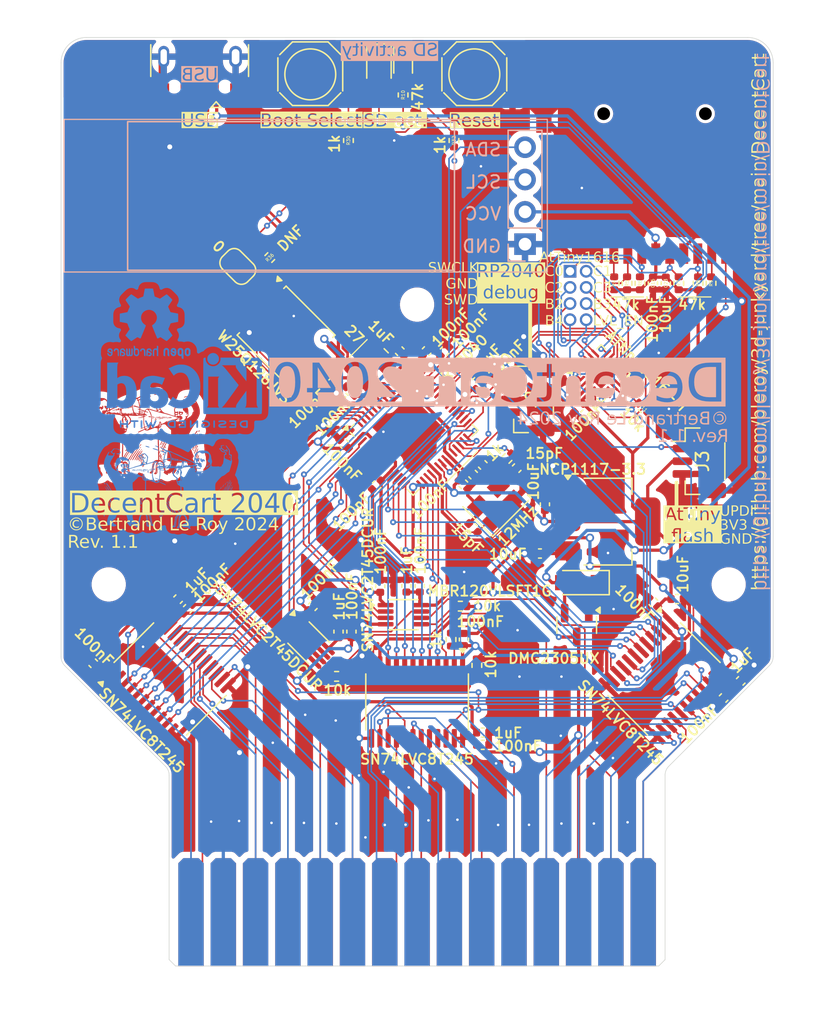
<source format=kicad_pcb>
(kicad_pcb (version 20240108) (generator "pcbnew") (generator_version "8.0")
  (title_block (title "DecentCart2040") (date "2024-09-25") (rev "1.1") (company "Decent Engineering"))
  (layers (0 "F.Cu" signal) (31 "B.Cu" signal) (34 "B.Paste" user) (35 "F.Paste" user) (36 "B.SilkS" user "B.Silkscreen") (37 "F.SilkS" user "F.Silkscreen") (38 "B.Mask" user) (39 "F.Mask" user) (44 "Edge.Cuts" user))
  (net 0 "")
  (net 1 "+3V3")
  (net 2 "GND")
  (net 3 "+1V1")
  (net 4 "/XIN")
  (net 5 "Net-(C25-Pad2)")
  (net 6 "Net-(J1-DAT2)")
  (net 7 "Net-(J1-DAT1)")
  (net 8 "Net-(D1-K)")
  (net 9 "Net-(D1-A)")
  (net 10 "GPIO26")
  (net 11 "D6")
  (net 12 "D0")
  (net 13 "GPIO25")
  (net 14 "A8")
  (net 15 "GPIO28")
  (net 16 "D3")
  (net 17 "A2")
  (net 18 "A6")
  (net 19 "D2")
  (net 20 "D1")
  (net 21 "Net-(J1-DAT0)")
  (net 22 "D7")
  (net 23 "A5")
  (net 24 "A7")
  (net 25 "+5V HOST")
  (net 26 "A12")
  (net 27 "D4")
  (net 28 "A10")
  (net 29 "A3")
  (net 30 "A9")
  (net 31 "A1")
  (net 32 "A11")
  (net 33 "A4")
  (net 34 "D5")
  (net 35 "A0")
  (net 36 "GPIO24")
  (net 37 "GPIO27")
  (net 38 "Net-(J1-DAT3{slash}CD)")
  (net 39 "Net-(J1-CLK)")
  (net 40 "Net-(J1-CMD)")
  (net 41 "GPIO23")
  (net 42 "GPIO21")
  (net 43 "GPIO22")
  (net 44 "/USB_D-")
  (net 46 "/USB_D+")
  (net 47 "/SWD")
  (net 48 "/SWCLK")
  (net 49 "LVL_EN")
  (net 50 "Net-(U5-DIR)")
  (net 51 "Net-(U7-RUN)")
  (net 52 "/~{USB_BOOT}")
  (net 53 "/QSPI_SS")
  (net 54 "/XOUT")
  (net 55 "Net-(R32-Pad2)")
  (net 56 "/FLASH_SS")
  (net 57 "/QSPI_SD3")
  (net 58 "/QSPI_SD1")
  (net 59 "/QSPI_SD2")
  (net 60 "/QSPI_SD0")
  (net 61 "GPIO29")
  (net 62 "/QSPI_SCLK")
  (net 63 "R{slash}W")
  (net 64 "RD5")
  (net 65 "RD4")
  (net 66 "{slash}S5")
  (net 67 "{slash}CCTL")
  (net 68 "{slash}S4")
  (net 69 "Phi2")
  (net 70 "GPIO4")
  (net 71 "GPIO7")
  (net 72 "GPIO5")
  (net 73 "GPIO1")
  (net 74 "GPIO2")
  (net 75 "GPIO0")
  (net 76 "GPIO6")
  (net 77 "GPIO3")
  (net 78 "GPIO11")
  (net 79 "GPIO9")
  (net 80 "GPIO12")
  (net 81 "GPIO8")
  (net 82 "GPIO20")
  (net 83 "GPIO10")
  (net 84 "GPIO19")
  (net 85 "GPIO17")
  (net 86 "GPIO18")
  (net 87 "GPIO16")
  (net 88 "GPIO13")
  (net 89 "GPIO14")
  (net 90 "GPIO15")
  (net 91 "Net-(J3-Pin_1)")
  (net 92 "/USB_DP")
  (net 93 "/USB_DN")
  (net 94 "Net-(D3-K)")
  (net 95 "/VBUS")
  (net 96 "Net-(U6-DIR)")
  (net 97 "Net-(U8-DIR)")
  (net 98 "Net-(J1-DET)")
  (net 99 "Net-(J4-Pin_4)")
  (net 100 "Net-(J4-Pin_5)")
  (net 101 "Net-(J4-Pin_2)")
  (net 102 "Net-(J4-Pin_7)")
  (net 103 "Net-(J4-Pin_6)")
  (net 104 "Net-(J4-Pin_3)")
  (net 105 "Net-(J4-Pin_1)")
  (net 106 "Net-(U3-PA6)")
  (footprint "Capacitor_SMD:C_0402_1005Metric" (layer "F.Cu") (at 61.8 72.72 -135)
    (property "Reference" "C38" (hide yes))
    (property "Value" "100nF")
  )
  (footprint "Connector_PinHeader_1.27mm:PinHeader_2x04_P1.27mm_Vertical" (layer "F.Cu") (at 82.025 46.38)
    (property "Reference" "J4" (hide yes))
    (property "Value" "Conn_01x08_Pin" (hide yes))
  )
  (footprint "Resistor_SMD:R_0402_1005Metric" (layer "F.Cu") (at 86.51 47.327 90)
    (property "Reference" "R5" (hide yes))
    (property "Value" "47k")
  )
  (footprint "Capacitor_SMD:C_0402_1005Metric" (layer "F.Cu") (at 44.529411 77.199411 -45)
    (property "Reference" "C17" (hide yes))
    (property "Value" "100nF")
  )
  (footprint "Symbol:KiCad-Logo2_6mm_Copper" (layer "F.Cu") (at 46.195153 38.242514 -90)
    (property "Reference" "REF**" (hide yes))
    (property "Value" "KiCad-Logo2_6mm_Copper" (hide yes))
  )
  (footprint "Package_SO:TSSOP-24_4.4x7.8mm_P0.65mm" (layer "F.Cu") (at 70 80.24 -90)
    (property "Reference" "U5" (hide yes))
    (property "Value" "SN74LVC8T245")
  )
  (footprint "Capacitor_SMD:C_0402_1005Metric" (layer "F.Cu") (at 70.21 71.12 -90)
    (property "Reference" "C20" (hide yes))
    (property "Value" "100nF")
  )
  (footprint "Capacitor_SMD:C_0402_1005Metric" (layer "F.Cu") (at 82.7 57.106 45)
    (property "Reference" "C32" (hide yes))
    (property "Value" "100nF")
  )
  (footprint "MountingHole:MountingHole_2.2mm_M2" (layer "F.Cu") (at 70 49)
    (property "Reference" "H1" (hide yes))
    (property "Value" "MountingHole" (hide yes))
  )
  (footprint "Diode_SMD:Nexperia_CFP3_SOD-123W" (layer "F.Cu") (at 82.85 70.86 180)
    (property "Reference" "D3" (hide yes))
    (property "Value" "MBR120VLSFT1G")
  )
  (footprint "Resistor_SMD:R_0402_1005Metric" (layer "F.Cu") (at 64.6 36.1 90)
    (property "Reference" "R30" (hide yes))
    (property "Value" "1k")
  )
  (footprint "Capacitor_SMD:C_0402_1005Metric" (layer "F.Cu") (at 74.953 55.328 45)
    (property "Reference" "C7")
    (property "Value" "100nF")
  )
  (footprint "Capacitor_SMD:C_0402_1005Metric" (layer "F.Cu") (at 73.641132 63.128497 -45)
    (property "Reference" "C11" (hide yes))
    (property "Value" "100nF" (hide yes))
  )
  (footprint "Capacitor_SMD:C_0402_1005Metric" (layer "F.Cu") (at 75.16 83.61 180)
    (property "Reference" "C30" (hide yes))
    (property "Value" "100nF")
  )
  (footprint "Capacitor_SMD:C_0402_1005Metric" (layer "F.Cu") (at 69.16 71.12 -90)
    (property "Reference" "C21" (hide yes))
    (property "Value" "1uF")
  )
  (footprint "Resistor_SMD:R_0402_1005Metric" (layer "F.Cu") (at 92.098 47.327 90)
    (property "Reference" "R8" (hide yes))
    (property "Value" "47k")
  )
  (footprint "LED_SMD:LED_0603_1608Metric" (layer "F.Cu") (at 68.9 30 -90)
    (property "Reference" "D2" (hide yes))
    (property "Value" "LED_R" (hide yes))
  )
  (footprint "Capacitor_SMD:C_0402_1005Metric" (layer "F.Cu") (at 75.16 82.65 180)
    (property "Reference" "C31" (hide yes))
    (property "Value" "1uF")
  )
  (footprint "LED_SMD:LED_0805_2012Metric" (layer "F.Cu") (at 67 30.2 -90)
    (property "Reference" "D1" (hide yes))
    (property "Value" "LED_G" (hide yes))
  )
  (footprint "Resistor_SMD:R_0402_1005Metric" (layer "F.Cu") (at 72.9 36.1 90)
    (property "Reference" "R32" (hide yes))
    (property "Value" "1k")
  )
  (footprint "Package_TO_SOT_SMD:SOT-23" (layer "F.Cu") (at 82.55 74.19 -90)
    (property "Reference" "Q2" (hide yes))
    (property "Value" "DMG2305UX")
  )
  (footprint "Capacitor_SMD:C_0402_1005Metric" (layer "F.Cu") (at 63.4 55.1 -135)
    (property "Reference" "C42" (hide yes))
    (property "Value" "100nF")
  )
  (footprint "Jumper:SolderJumper-2_P1.3mm_Bridged_RoundedPad1.0x1.5mm" (layer "F.Cu") (at 55.9 46 -45)
    (property "Reference" "R37" (hide yes))
    (property "Value" "0")
  )
  (footprint "Resistor_SMD:R_0402_1005Metric" (layer "F.Cu") (at 68.9 32.52 90)
    (property "Reference" "R10" (hide yes))
    (property "Value" "47k")
  )
  (footprint "Resistor_SMD:R_0805_2012Metric" (layer "F.Cu") (at 65.65 54.55 -45)
    (property "Reference" "R26" (hide yes))
    (property "Value" "27")
  )
  (footprint "Capacitor_SMD:C_0402_1005Metric" (layer "F.Cu") (at 72.159 52.661 45)
    (property "Reference" "C9")
    (property "Value" "100nF")
  )
  (footprint "Symbol:OSHW-Logo2_7.3x6mm_Copper" (layer "F.Cu") (at 50.75 41 -90)
    (property "Reference" "REF**" (hide yes))
    (property "Value" "OSHW-Logo2_7.3x6mm_Copper" (hide yes))
  )
  (footprint "Connector_JST:JST_SH_BM03B-SRSS-TB_1x03-1MP_P1.00mm_Vertical" (layer "F.Cu") (at 92.190556 61.31457 -90)
    (property "Reference" "J3" (hide yes))
    (property "Value" "SM03B-SRSS-TB" (hide yes))
  )
  (footprint "Capacitor_SMD:C_0402_1005Metric" (layer "F.Cu") (at 79.66 68.57 180)
    (property "Reference" "C26" (hide yes))
    (property "Value" "10uF")
  )
  (footprint "Capacitor_SMD:C_0402_1005Metric" (layer "F.Cu") (at 88.574 72.413 -45)
    (property "Reference" "C1")
    (property "Value" "100nF")
  )
  (footprint "Capacitor_SMD:C_0402_1005Metric" (layer "F.Cu") (at 88.542 47.327 90)
    (property "Reference" "C16" (hide yes))
    (property "Value" "100nF")
  )
  (footprint "Resistor_SMD:R_0402_1005Metric" (layer "F.Cu") (at 85.494 47.327 90)
    (property "Reference" "R4" (hide yes))
    (property "Value" "47k" (hide yes))
  )
  (footprint "Capacitor_SMD:C_0402_1005Metric" (layer "F.Cu") (at 70.75 52.65 45)
    (property "Reference" "C13" (hide yes))
    (property "Value" "100nF")
  )
  (footprint "Capacitor_SMD:C_0402_1005Metric" (layer "F.Cu") (at 64.75 55.8 135)
    (property "Reference" "C12" (hide yes))
    (property "Value" "100nF")
  )
  (footprint "Package_TO_SOT_SMD:SOT-223-3_TabPin2" (layer "F.Cu") (at 84.986 66.063)
    (property "Reference" "U4" (hide yes))
    (property "Value" "NCP1117-3.3")
  )
  (footprint "Package_SO:SOIC-8_5.23x5.23mm_P1.27mm" (layer "F.Cu") (at 59.7 51.4 -45)
    (property "Reference" "U9" (hide yes))
    (property "Value" "W25Q128JVS")
  )
  (footprint "Capacitor_SMD:C_0402_1005Metric" (layer "F.Cu") (at 95.4508 78.5852 -135)
    (property "Reference" "C3" (hide yes))
    (property "Value" "1uF")
  )
  (footprint "DecenTKL:Tactile_Switch_Basic_XKB_TS-1187A" (layer "F.Cu") (at 74.5 30.9)
    (property "Reference" "SW3" (hide yes))
    (property "Value" "SW_TACTILE" (hide yes))
  )
  (footprint "DecenTKL:Micro SD" (layer "F.Cu") (at 87.72 33.992 180)
    (property "Reference" "J1" (hide yes))
    (property "Value" "Micro_SD_Card" (hide yes))
  )
  (footprint "Capacitor_SMD:C_0402_1005Metric" (layer "F.Cu") (at 75.165132 61.604497 -45)
    (property "Reference" "C4" (hide yes))
    (property "Value" "100nF")
  )
  (footprint "Capacitor_SMD:C_0402_1005Metric" (layer "F.Cu") (at 74.403132 62.366497 -45)
    (property "Reference" "C6" (hide yes))
    (property "Value" "100nF" (hide yes))
  )
  (footprint "Resistor_SMD:R_0402_1005Metric" (layer "F.Cu") (at 93.114 47.327 90)
    (property "Reference" "R9" (hide yes))
    (property "Value" "47k" (hide yes))
  )
  (footprint "Package_SO:VSSOP-8_2.3x2mm_P0.5mm" (layer "F.Cu") (at 68.92 73.38)
    (property "Reference" "U8" (hide yes))
    (property "Value" "SN74LVC2T45DCUR")
  )
  (footprint "Capacitor_SMD:C_0402_1005Metric" (layer "F.Cu") (at 51.966 72.921 -135)
    (property "Reference" "C18" (hide yes))
    (property "Value" "100nF")
  )
  (footprint "Resistor_SMD:R_0402_1005Metric" (layer "F.Cu") (at 87.526 47.327 90)
    (property "Reference" "R6" (hide yes))
    (property "Value" "47k" (hide yes))
  )
  (footprint "Resistor_SMD:R_0402_1005Metric" (layer "F.Cu") (at 73.4 72.71 180)
    (property "Reference" "R3" (hide yes))
    (property "Value" "10k")
  )
  (footprint "Capacitor_SMD:C_0402_1005Metric" (layer "F.Cu") (at 67.1 71.14 -90)
    (property "Reference" "C15" (hide yes))
    (property "Value" "100nF")
  )
  (footprint "DecenTKL:USB_Micro-B" (layer "F.Cu") (at 52.9 31.8625 180)
    (property "Reference" "J8" (hide yes))
    (property "Value" "USB_B_Micro")
  )
  (footprint "Resistor_SMD:R_0402_1005Metric" (layer "F.Cu") (at 63.67 78.23 180)
    (property "Reference" "R2" (hide yes))
    (property "Value" "10k")
  )
  (footprint "Resistor_SMD:R_0402_1005Metric" (layer "F.Cu") (at 72.667 75.334 -90)
    (property "Reference" "R1" (hide yes))
    (property "Value" "1k")
  )
  (footprint "Resistor_SMD:R_0402_1005Metric" (layer "F.Cu") (at 90.574 47.327 90)
    (property "Reference" "R7" (hide yes))
    (property "Value" "47k" (hide yes))
  )
  (footprint "Resistor_SMD:R_0805_2012Metric" (layer "F.Cu") (at 67.05 53.15 -45)
    (property "Reference" "R28" (hide yes))
    (property "Value" "27")
  )
  (footprint "Capacitor_SMD:C_0402_1005Metric" (layer "F.Cu") (at 63.82 74.71 -90)
    (property "Reference" "C40" (hide yes))
    (property "Value" "1uF")
  )
  (footprint "Package_DFN_QFN:VQFN-20-1EP_3x3mm_P0.4mm_EP1.7x1.7mm" (layer "F.Cu") (at 84.478 54.439 45)
    (property "Reference" "U3" (hide yes))
    (property "Value" "ATtiny1616-M")
  )
  (footprint "Capacitor_SMD:C_0402_1005Metric" (layer "F.Cu") (at 51.204 72.159 -135)
    (property "Reference" "C19" (hide yes))
    (property "Value" "1uF")
  )
  (footprint "Resistor_SMD:R_0402_1005Metric" (layer "F.Cu") (at 58.41464 45.303672 -135)
    (property "Reference" "R36" (hide yes))
    (property "Value" "DNF")
  )
  (footprint "Library:ScreamingAtTheRadio" (layer "F.Cu") (at 47.883777 58.161601)
    (property "Reference" "G***" (hide yes))
    (property "Value" "LOGO" (hide yes))
  )
  (footprint "Capacitor_SMD:C_0402_1005Metric" (layer "F.Cu") (at 89.558 47.327 90)
    (property "Reference" "C23" (hide yes))
    (property "Value" "10uF")
  )
  (footprint "Package_SO:VSSOP-8_2.3x2mm_P0.5mm" (layer "F.Cu") (at 61.49 75.6 -45)
    (property "Reference" "U6" (hide yes))
    (property "Value" "SN74LVC2T45DCUR")
  )
  (footprint "DecenTKL:Atari Cartridge Edge Connector" (layer "F.Cu") (at 52.22 95.27)
    (property "Reference" "J2" (hide yes))
    (property "Value" "Conn_02x15_Row_Letter_First" (hide yes))
  )
  (footprint "Capacitor_SMD:C_0402_1005Metric" (layer "F.Cu") (at 68.638 52.662 135)
    (property "Reference" "C5" (hide yes))
    (property "Value" "1uF")
  )
  (footprint "MountingHole:MountingHole_2.2mm_M2" (layer "F.Cu") (at 94.5 71)
    (property "Reference" "H2" (hide yes))
    (property "Value" "MountingHole" (hide yes))
  )
  (footprint "Capacitor_SMD:C_0402_1005Metric" (layer "F.Cu") (at 94.1046 79.9314 45)
    (property "Reference" "C2")
    (property "Value" "100nF")
  )
  (footprint "Capacitor_SMD:C_0402_1005Metric" (layer "F.Cu") (at 80.05 64.7 90)
    (property "Reference" "C27" (hide yes))
    (property "Value" "10uF")
  )
  (footprint "Capacitor_SMD:C_0402_1005Metric" (layer "F.Cu") (at 64.26 59.96 135)
    (property "Reference" "C8")
    (property "Value" "100nF")
  )
  (footprint "Package_DFN_QFN:QFN-56-1EP_7x7mm_P0.4mm_EP3.2x3.2mm" (layer "F.Cu") (at 69.686 58.884 45)
    (property "Reference" "U7" (hide yes))
    (property "Value" "RP2040")
  )
  (footprint "DecenTKL:Tactile_Switch_Basic_XKB_TS-1187A" (layer "F.Cu") (at 61.6 30.9)
    (property "Reference" "SW2" (hide yes))
    (property "Value" "SW_TACTILE" (hide yes))
  )
  (footprint "Resistor_SMD:R_0402_1005Metric" (layer "F.Cu") (at 87.78 57.106 -45)
    (property "Reference" "R11" (hide yes))
    (property "Value" "10k")
  )
  (footprint "Capacitor_SMD:C_0402_1005Metric" (layer "F.Cu") (at 66.825 63.202 -135)
    (property "Reference" "C10" (hide yes))
    (property "Value" "100nF")
  )
  (footprint "Capacitor_SMD:C_0402_1005Metric" (layer "F.Cu") (at 74.191 54.566 45)
    (property "Reference" "C14" (hide yes))
    (property "Value" "1uF")
  )
  (footprint "Connector_JST:JST_SH_BM03B-SRSS-TB_1x03-1MP_P1.00mm_Vertical" (layer "F.Cu") (at 78.706 56.457 -90)
    (property "Reference" "J9" (hide yes))
    (property "Value" "SM03B-SRSS-TB" (hide yes))
  )
  (footprint "Capacitor_SMD:C_0402_1005Metric" (layer "F.Cu") (at 73.683 75.334 -90)
    (property "Reference" "C29" (hide yes))
    (property "Value" "100nF")
  )
  (footprint "Capacitor_SMD:C_0402_1005Metric" (layer "F.Cu") (at 74.403132 66.557497 135)
    (property "Reference" "C24" (hide yes))
    (property "Value" "15pF")
  )
  (footprint "Capacitor_SMD:C_0402_1005Metric" (layer "F.Cu") (at 64.836 74.71 -90)
    (property "Reference" "C39" (hide yes))
    (property "Value" "100nF")
  )
  (footprint "Crystal:Crystal_SMD_Abracon_ABM8AIG-4Pin_3.2x2.5mm" (layer "F.Cu") (at 76.181132 64.652497 45)
    (property "Reference" "X1" (hide yes))
    (property "Value" "12MHz")
  )
  (footprint "Resistor_SMD:R_0402_1005Metric" (layer "F.Cu") (at 77.070132 61.096497 45)
    (property "Reference" "R31" (hide yes))
    (property "Value" "1k")
  )
  (footprint "Resistor_SMD:R_0402_1005Metric" (layer "F.Cu") (at 74.699 77.366 -90)
    (property "Reference" "R33" (hide yes))
    (property "Value" "10k")
  )
  (footprint "Capacitor_SMD:C_0402_1005Metric" (layer "F.Cu") (at 77.832132 61.858497 -135)
    (property "Reference" "C25" (hide yes))
    (property "Value" "15pF")
  )
  (footprint "Package_SO:TSSOP-24_4.4x7.8mm_P0.65mm" (layer "F.Cu") (at 89.421268 78.433146 -45)
    (property "Reference" "U2" (hide yes))
    (property "Value" "SN74LVC8T245")
  )
  (footprint "MountingHole:MountingHole_2.2mm_M2" (layer "F.Cu") (at 45.75 71)
    (property "Reference" "H3" (hide yes))
    (property "Value" "MountingHole" (hide yes))
  )
  (footprint "Capacitor_SMD:C_0402_1005Metric" (layer "F.Cu") (at 90.45 72.15)
    (property "Reference" "C28" (hide yes))
    (property "Value" "10uF")
  )
  (footprint "Package_SO:TSSOP-24_4.4x7.8mm_P0.65mm" (layer "F.Cu") (at 50.578732 78.433146 45)
    (property "Reference" "U1" (hide yes))
    (property "Value" "SN74LVC8T245")
  )
  (footprint "Library:ScreamingAtTheRadio" (layer "B.Cu") (at 50.4 62.290001 180)
    (property "Reference" "G***" (hide yes))
    (property "Value" "LOGO" (hide yes))
  )
  (footprint "Symbol:OSHW-Logo2_7.3x6mm_Copper" (layer "B.Cu") (at 48.912892 50.5 180)
    (property "Reference" "REF**" (hide yes))
    (property "Value" "OSHW-Logo2_7.3x6mm_Copper" (hide yes))
  )
  (footprint "Symbol:KiCad-Logo2_6mm_Copper" (layer "B.Cu") (at 51.670378 55.054847 180)
    (property "Reference" "REF**" (hide yes))
    (property "Value" "KiCad-Logo2_6mm_Copper" (hide yes))
  )
  (footprint "DecenTKL:OLED_modeule_0_91_128x32_I2C" (layer "B.Cu") (at 78.4875 36.65 180)
    (property "Reference" "J7" (hide yes))
    (property "Value" "Conn_01x04" (hide yes))
  )
  (gr_line (start 90.4 64.955) (end 90.4 63) (stroke (width 0.3)) (layer "F.SilkS"))
  (gr_line (start 72.27 63.01) (end 74.75 60.53) (stroke (width 0.1)) (layer "F.SilkS"))
  (gr_line (start 66.07 51.75) (end 64.01 53.81) (stroke (width 0.1)) (layer "F.SilkS"))
  (gr_line (start 85.2 48.4) (end 87.8 48.4) (stroke (width 0.1)) (layer "F.SilkS"))
  (gr_line (start 78.89 48.978) (end 78.89 54.058) (stroke (width 0.3)) (layer "F.SilkS"))
  (gr_line (start 90.5 48.4) (end 93.1 48.4) (stroke (width 0.1)) (layer "F.SilkS"))
  (gr_line (start 89 101) (end 89.5 100.5) (stroke (width 0.05)) (layer "Edge.Cuts"))
  (gr_arc (start 89.5 86) (mid 89.57612 85.617317) (end 89.792893 85.292893) (stroke (width 0.05)) (layer "Edge.Cuts"))
  (gr_line (start 50.5 100.5) (end 50.5 86) (stroke (width 0.05)) (layer "Edge.Cuts"))
  (gr_arc (start 42.292893 77.39) (mid 42.07612 77.065577) (end 42 76.682893) (stroke (width 0.05)) (layer "Edge.Cuts"))
  (gr_line (start 44 28) (end 96 28) (stroke (width 0.05)) (layer "Edge.Cuts"))
  (gr_arc (start 42 30) (mid 42.585786 28.585786) (end 44 28) (stroke (width 0.05)) (layer "Edge.Cuts"))
  (gr_line (start 51 101) (end 50.5 100.5) (stroke (width 0.05)) (layer "Edge.Cuts"))
  (gr_arc (start 98 76.67) (mid 97.92388 77.052683) (end 97.707107 77.377107) (stroke (width 0.05)) (layer "Edge.Cuts"))
  (gr_line (start 89.5 100.5) (end 89.5 86) (stroke (width 0.05)) (layer "Edge.Cuts"))
  (gr_line (start 89.792893 85.292893) (end 97.707107 77.377107) (stroke (width 0.05)) (layer "Edge.Cuts"))
  (gr_line (start 89 101) (end 51 101) (stroke (width 0.05)) (layer "Edge.Cuts"))
  (gr_arc (start 50.207107 85.292893) (mid 50.42388 85.617316) (end 50.5 86) (stroke (width 0.05)) (layer "Edge.Cuts"))
  (gr_line (start 98 30) (end 98 76.67) (stroke (width 0.05)) (layer "Edge.Cuts"))
  (gr_line (start 42 76.682893) (end 42 30) (stroke (width 0.05)) (layer "Edge.Cuts"))
  (gr_line (start 50.207107 85.292893) (end 42.292893 77.39) (stroke (width 0.05)) (layer "Edge.Cuts"))
  (gr_arc (start 96 28) (mid 97.414214 28.585786) (end 98 30) (stroke (width 0.05)) (layer "Edge.Cuts"))
  (gr_text "Rev. 1.1" (at 94.5 58.8 0) (layer "B.SilkS") (effects (font (size 1 1) (thickness 0.1875)) (justify left top mirror)))
  (gr_text "DecentCart 2040" (at 94.333333 53.6234 0) (layer "B.SilkS" knockout) (effects (font (size 3 3) (thickness 0.1875)) (justify left top mirror)))
  (gr_text "SD activity" (at 67.85 28.45 0) (layer "B.SilkS" knockout) (effects (font (size 1 1) (thickness 0.1875)) (justify top mirror)))
  (gr_text "USB" (at 52.9 30.4 0) (layer "B.SilkS" knockout) (effects (font (size 1 1) (thickness 0.1875)) (justify top mirror)))
  (gr_text "©Bertrand Le Roy 2024" (at 94.5 57.4284 0) (layer "B.SilkS") (effects (font (size 1 1) (thickness 0.1875)) (justify left top mirror)))
  (gr_text "https://github.com/bleroy/3d-junkyard/tree/main/DecentCart" (at 97.7 71.5 -90) (layer "B.SilkS") (effects (font (size 1 1) (thickness 0.1875)) (justify left top mirror)))
  (gr_text "RP2040\ndebug" (at 77.37 45.831 0) (layer "F.SilkS" knockout) (effects (font (size 1 1) (thickness 0.1875)) (justify top)))
  (gr_text "UPDI" (at 93.8 64.8 -0) (layer "F.SilkS") (effects (font (size 0.8 0.8) (thickness 0.1875)) (justify left top)))
  (gr_text "USB" (at 52.9 34 -0) (layer "F.SilkS" knockout) (effects (font (size 1 1) (thickness 0.1875)) (justify top)))
  (gr_text "Boot Select" (at 61.65 34 -0) (layer "F.SilkS" knockout) (effects (font (size 1 1) (thickness 0.1875)) (justify top)))
  (gr_text "SWCLK" (at 74.81 45.676 -0) (layer "F.SilkS") (effects (font (size 0.8 0.8) (thickness 0.1875)) (justify right top)))
  (gr_text "https://github.com/bleroy/3d-junkyard/tree/main/DecentCart" (at 96.3 71.5 90) (layer "F.SilkS") (effects (font (size 1 1) (thickness 0.1875)) (justify left top)))
  (gr_text "Reset" (at 74.5 34 -0) (layer "F.SilkS" knockout) (effects (font (size 1 1) (thickness 0.1875)) (justify top)))
  (gr_text "Rev. 1.1" (at 42.5 67.1216 -0) (layer "F.SilkS") (effects (font (size 1 1) (thickness 0.1875)) (justify left top)))
  (gr_text "AtTiny\nflash" (at 91.67 64.96 0) (layer "F.SilkS" knockout) (effects (font (size 1 1) (thickness 0.1875)) (justify top)))
  (gr_text "DecentCart 2040" (at 42.666667 63.845 -0) (layer "F.SilkS" knockout) (effects (font (size 1.5 1.5) (thickness 0.1875)) (justify left top)))
  (gr_text "SD act." (at 68.3 34 -0) (layer "F.SilkS" knockout) (effects (font (size 1 1) (thickness 0.1875)) (justify top)))
  (gr_text "GND" (at 93.8 67 -0) (layer "F.SilkS") (effects (font (size 0.8 0.8) (thickness 0.1875)) (justify left top)))
  (gr_text "SWD" (at 74.79 48.186 -0) (layer "F.SilkS") (effects (font (size 0.8 0.8) (thickness 0.1875)) (justify right top)))
  (gr_text "GND" (at 74.8 46.931 -0) (layer "F.SilkS") (effects (font (size 0.8 0.8) (thickness 0.1875)) (justify right top)))
  (gr_text "©Bertrand Le Roy 2024" (at 42.5 65.75 -0) (layer "F.SilkS") (effects (font (size 1 1) (thickness 0.1875)) (justify left top)))
  (gr_text "3V3" (at 93.8 65.9 -0) (layer "F.SilkS") (effects (font (size 0.8 0.8) (thickness 0.1875)) (justify left top)))
  (segment (start 67.1 71.62) (end 67.1 72.21) (width 0.254) (layer "F.Cu") (net 1))
  (segment (start 73.851589 56.132624) (end 74.316802 55.667411) (width 0.254) (layer "F.Cu") (net 1))
  (segment (start 88.140624 59.488198) (end 88.140624 57.466624) (width 0.254) (layer "F.Cu") (net 1))
  (segment (start 86.51 47.836999) (end 85.494 47.836999) (width 0.254) (layer "F.Cu") (net 1))
  (segment (start 89.515822 72.15) (end 89.97 72.15) (width 0.254) (layer "F.Cu") (net 1))
  (segment (start 58.812296 44.943048) (end 63.809382 49.940134) (width 0.254) (layer "F.Cu") (net 1))
  (segment (start 74.316802 55.667411) (end 74.613589 55.667411) (width 0.254) (layer "F.Cu") (net 1))
  (segment (start 88.75 43.75) (end 88.75 44.972) (width 0.254) (layer "F.Cu") (net 1))
  (segment (start 71.0795 53.7405) (end 71.068044 53.729044) (width 0.254) (layer "F.Cu") (net 1))
  (segment (start 68.894826 68.784623) (end 69.299928 68.784623) (width 0.254) (layer "F.Cu") (net 1))
  (segment (start 73.575 75.922) (end 73.575 77.3775) (width 0.254) (layer "F.Cu") (net 1))
  (segment (start 90.090557 61.31457) (end 88.135999 63.269128) (width 0.254) (layer "F.Cu") (net 1))
  (segment (start 66.594063 55.980403) (end 66.36652 56.207946) (width 0.254) (layer "F.Cu") (net 1))
  (segment (start 92.098 47.836999) (end 93.114 47.836999) (width 0.254) (layer "F.Cu") (net 1))
  (segment (start 80 66.05) (end 81.823001 66.05) (width 0.254) (layer "F.Cu") (net 1))
  (segment (start 60.825425 72.29) (end 60.825425 72.424247) (width 0.254) (layer "F.Cu") (net 1))
  (segment (start 62.196609 59.77284) (end 61.775976 59.77284) (width 0.254) (layer "F.Cu") (net 1))
  (segment (start 69.299928 68.784623) (end 69.686208 68.398343) (width 0.254) (layer "F.Cu") (net 1))
  (segment (start 88.135999 66.063) (end 89.967 67.894001) (width 0.254) (layer "F.Cu") (net 1))
  (segment (start 61.030381 74.07972) (end 61.030381 73.489619) (width 0.254) (layer "F.Cu") (net 1))
  (segment (start 73.851589 54.905411) (end 73.851589 56.132624) (width 0.254) (layer "F.Cu") (net 1))
  (segment (start 90.865556 61.31457) (end 90.090557 61.31457) (width 0.254) (layer "F.Cu") (net 1))
  (segment (start 89.967 67.894001) (end 89.967 72.147) (width 0.254) (layer "F.Cu") (net 1))
  (segment (start 87.526 47.836999) (end 86.51 47.836999) (width 0.254) (layer "F.Cu") (net 1))
  (segment (start 61.775976 59.77284) (end 50.872999 70.675817) (width 0.254) (layer "F.Cu") (net 1))
  (segment (start 73.683 75.814) (end 74.5527 75.814) (width 0.254) (layer "F.Cu") (net 1))
  (segment (start 67.962427 62.021786) (end 67.962427 62.064573) (width 0.254) (layer "F.Cu") (net 1))
  (segment (start 70.410589 53.071589) (end 71.068044 53.729044) (width 0.254) (layer "F.Cu") (net 1))
  (segment (start 89.925082 73.764082) (end 88.913411 72.752411) (width 0.254) (layer "F.Cu") (net 1))
  (segment (start 63.809382 49.940134) (end 63.809382 52.793305) (width 0.254) (layer "F.Cu") (net 1))
  (segment (start 87.552001 47.836999) (end 88.542 46.847) (width 0.254) (layer "F.Cu") (net 1))
  (segment (start 88.913411 72.752411) (end 89.515822 72.15) (width 0.254) (layer "F.Cu") (net 1))
  (segment (start 65.089411 55.341793) (end 65.089411 56.139411) (width 0.254) (layer "F.Cu") (net 1))
  (segment (start 67.065246 55.980403) (end 66.594063 55.980403) (width 0.254) (layer "F.Cu") (net 1))
  (segment (start 67.164411 67.054208) (end 68.894826 68.784623) (width 0.254) (layer "F.Cu") (net 1))
  (segment (start 46.026732 77.929332) (end 45.259332 77.929332) (width 0.254) (layer "F.Cu") (net 1))
  (segment (start 63.739411 54.760589) (end 63.739411 52.745334) (width 0.254) (layer "F.Cu") (net 1))
  (segment (start 89.558 46.847) (end 88.542 46.847) (width 0.254) (layer "F.Cu") (net 1))
  (segment (start 88.135999 66.063) (end 86.950822 64.877823) (width 0.254) (layer "F.Cu") (net 1))
  (segment (start 88.140624 57.466624) (end 92.098 53.509248) (width 0.254) (layer "F.Cu") (net 1))
  (segment (start 80 66.05) (end 80 65.23) (width 0.254) (layer "F.Cu") (net 1))
  (segment (start 46.026732 75.501717) (end 46.026732 77.929332) (width 0.254) (layer "F.Cu") (net 1))
  (segment (start 86.950822 60.678) (end 88.140624 59.488198) (width 0.254) (layer "F.Cu") (net 1))
  (segment (start 88.135999 63.269128) (end 88.135999 66.063) (width 0.254) (layer "F.Cu") (net 1))
  (segment (start 67.1 72.21) (end 67.52 72.63) (width 0.254) (layer "F.Cu") (net 1))
  (segment (start 62.72318 60.299411) (end 64.599411 60.299411) (width 0.254) (layer "F.Cu") (net 1))
  (segment (start 74.5527 75.814) (end 74.5807 75.842) (width 0.254) (layer "F.Cu") (net 1))
  (segment (start 69.093798 54.306202) (end 69.093798 54.614843) (width 0.254) (layer "F.Cu") (net 1))
  (segment (start 50.85959 70.689225) (end 50.839225 70.689225) (width 0.254) (layer "F.Cu") (net 1))
  (segment (start 72.921 63.202) (end 72.921 63.8) (width 0.254) (layer "F.Cu") (net 1))
  (segment (start 66.36652 56.207946) (end 65.157946 56.207946) (width 0.254) (layer "F.Cu") (net 1))
  (segment (start 66.115724 71.62) (end 65.15 70.654276) (width 0.254) (layer "F.Cu") (net 1))
  (segment (start 73.301721 62.821279) (end 72.921 63.202) (width 0.254) (layer "F.Cu") (net 1))
  (segment (start 86.950822 64.877823) (end 86.950822 60.678) (width 0.254) (layer "F.Cu") (net 1))
  (segment (start 50.872998 70.675817) (end 50.85959 70.689225) (width 0.254) (layer "F.Cu") (net 1))
  (segment (start 67.962427 62.064573) (end 67.164411 62.862589) (width 0.254) (layer "F.Cu") (net 1))
  (segment (start 70.410589 52.989411) (end 69.093798 54.306202) (width 0.254) (layer "F.Cu") (net 1))
  (segment (start 50.839225 70.689225) (end 46.026732 75.501717) (width 0.254) (layer "F.Cu") (net 1))
  (segment (start 73.851589 56.132624) (end 72.823786 57.160427) (width 0.254) (layer "F.Cu") (net 1))
  (segment (start 74.8 72.73) (end 73.929999 72.73) (width 0.254) (layer "F.Cu") (net 1))
  (segment (start 62.196609 59.77284) (end 62.72318 60.299411) (width 0.254) (layer "F.Cu") (net 1))
  (segment (start 66.063277 59.144706) (end 68.293924 61.375353) (width 0.254) (layer "F.Cu") (net 1))
  (segment (start 92.098 53.509248) (end 92.098 47.836999) (width 0.254) (layer "F.Cu") (net 1))
  (segment (start 81.836001 66.063) (end 88.135999 66.063) (width 0.254) (layer "F.Cu") (net 1))
  (segment (start 68.810955 54.897686) (end 69.093798 54.614843) (width 0.254) (layer "F.Cu") (net 1))
  (segment (start 63.739411 54.760589) (end 64.508207 54.760589) (width 0.254) (layer "F.Cu") (net 1))
  (segment (start 90.574 47.836999) (end 92.098 47.836999) (width 0.254) (layer "F.Cu") (net 1))
  (segment (start 68.293924 61.690289) (end 67.962427 62.021786) (width 0.254) (layer "F.Cu") (net 1))
  (segment (start 67.1 71.62) (end 66.115724 71.62) (width 0.254) (layer "F.Cu") (net 1))
  (segment (start 70.278202 54.541798) (end 71.0795 53.7405) (width 0.254) (layer "F.Cu") (net 1))
  (segment (start 65.416843 59.530157) (end 64.624411 60.322589) (width 0.254) (layer "F.Cu") (net 1))
  (segment (start 88.77 46.619) (end 88.542 46.847) (width 0.254) (layer "F.Cu") (net 1))
  (segment (start 88.77 44.992) (end 88.77 46.619) (width 0.254) (layer "F.Cu") (net 1))
  (segment (start 50.872999 70.675817) (end 50.872998 70.675817) (width 0.254) (layer "F.Cu") (net 1))
  (segment (start 70.278202 54.614843) (end 70.278202 54.541798) (width 0.254) (layer "F.Cu") (net 1))
  (segment (start 83.039411 56.766589) (end 86.950822 60.678) (width 0.254) (layer "F.Cu") (net 1))
  (segment (start 65.416843 59.476202) (end 65.748339 59.144706) (width 0.254) (layer "F.Cu") (net 1))
  (segment (start 65.416843 59.476202) (end 65.416843 59.530157) (width 0.254) (layer "F.Cu") (net 1))
  (segment (start 67.164411 62.862589) (end 67.164411 67.054208) (width 0.254) (layer "F.Cu") (net 1))
  (segment (start 67.679585 56.029056) (end 67.396742 56.311899) (width 0.254) (layer "F.Cu") (net 1))
  (segment (start 67.396742 56.311899) (end 67.065246 55.980403) (width 0.254) (layer "F.Cu") (net 1))
  (segment (start 73.301721 62.789086) (end 73.301721 62.216878) (width 0.254) (layer "F.Cu") (net 1))
  (segment (start 60.825425 72.424247) (end 61.460589 73.059411) (width 0.254) (layer "F.Cu") (net 1))
  (segment (start 69.093798 54.614843) (end 70.278202 54.614843) (width 0.254) (layer "F.Cu") (net 1))
  (segment (start 90.828 74.699) (end 90.742936 74.699) (width 0.254) (layer "F.Cu") (net 1))
  (segment (start 69.686208 68.398343) (end 69.686208 63.343508) (width 0.254) (layer "F.Cu") (net 1))
  (segment (start 62.7 51.7) (end 62.7 51.705923) (width 0.254) (layer "F.Cu") (net 1))
  (segment (start 68.293924 61.375353) (end 68.293924 61.690289) (width 0.254) (layer "F.Cu") (net 1))
  (segment (start 73.301721 62.216878) (end 72.258101 61.173258) (width 0.254) (layer "F.Cu") (net 1))
  (segment (start 89.925082 73.881146) (end 89.925082 73.764082) (width 0.254) (layer "F.Cu") (net 1))
  (segment (start 61.030381 73.489619) (end 61.460589 73.059411) (width 0.254) (layer "F.Cu") (net 1))
  (segment (start 83.735538 55.747148) (end 82.912411 56.570275) (width 0.254) (layer "F.Cu") (net 1))
  (segment (start 90.742936 74.699) (end 89.925082 73.881146) (width 0.254) (layer "F.Cu") (net 1))
  (segment (start 62.7 51.705923) (end 63.592623 52.598546) (width 0.254) (layer "F.Cu") (net 1))
  (segment (start 65.748339 59.144706) (end 66.063277 59.144706) (width 0.254) (layer "F.Cu") (net 1))
  (segment (start 71.0795 53.7405) (end 71.819589 53.000411) (width 0.254) (layer "F.Cu") (net 1))
  (segment (start 45.259332 77.929332) (end 44.868822 77.538822) (width 0.254) (layer "F.Cu") (net 1))
  (segment (start 89.584001 46.847) (end 90.574 47.836999) (width 0.254) (layer "F.Cu") (net 1))
  (segment (start 64.508207 54.760589) (end 65.089411 55.341793) (width 0.254) (layer "F.Cu") (net 1))
  (via (at 62.7 51.7) (size 0.6524) (drill 0.39) (layers "F.Cu" "B.Cu") (net 1))
  (via (at 66.3104 71.62) (size 0.6524) (drill 0.39) (layers "F.Cu" "B.Cu") (net 1))
  (via (at 74.5807 75.842) (size 0.6524) (drill 0.39) (layers "F.Cu" "B.Cu") (net 1))
  (via (at 62.196609 59.77284) (size 0.6524) (drill 0.39) (layers "F.Cu" "B.Cu") (net 1))
  (via (at 71.068044 53.729044) (size 0.6524) (drill 0.39) (layers "F.Cu" "B.Cu") (net 1))
  (via (at 90.828 74.699) (size 0.6524) (drill 0.39) (layers "F.Cu" "B.Cu") (net 1))
  (via (at 88.75 43.75) (size 0.6524) (drill 0.39) (layers "F.Cu" "B.Cu") (net 1))
  (via (at 60.825425 72.29) (size 0.6524) (drill 0.39) (layers "F.Cu" "B.Cu") (net 1))
  (via (at 72.921 63.8) (size 0.6524) (drill 0.39) (layers "F.Cu" "B.Cu") (net 1))
  (via (at 80 66.05) (size 0.6524) (drill 0.39) (layers "F.Cu" "B.Cu") (net 1))
  (via (at 74.8 72.73) (size 0.6524) (drill 0.39) (layers "F.Cu" "B.Cu") (net 1))
  (via (at 69.686208 63.343508) (size 0.6524) (drill 0.39) (layers "F.Cu" "B.Cu") (net 1))
  (via (at 65.15 70.654276) (size 0.6524) (drill 0.39) (layers "F.Cu" "B.Cu") (net 1))
  (via (at 73.756858 56.062316) (size 0.6524) (drill 0.39) (layers "F.Cu" "B.Cu") (net 1))
  (segment (start 74.083 73.447) (end 74.8 72.73) (width 0.254) (layer "B.Cu") (net 1))
  (segment (start 74.083 75.3443) (end 74.083 73.447) (width 0.254) (layer "B.Cu") (net 1))
  (segment (start 62.196609 59.77284) (end 68.240405 53.729044) (width 0.254) (layer "B.Cu") (net 1))
  (segment (start 64.8 53.8) (end 62.7 51.7) (width 0.254) (layer "B.Cu") (net 1))
  (segment (start 72.323 63.202) (end 69.827716 63.202) (width 0.254) (layer "B.Cu") (net 1))
  (segment (start 71.068044 53.729044) (end 71.194177 53.729044) (width 0.254) (layer "B.Cu") (net 1))
  (segment (start 74.5807 75.842) (end 74.699 75.842) (width 0.254) (layer "B.Cu") (net 1))
  (segment (start 71.194177 53.729044) (end 73.527449 56.062316) (width 0.254) (layer "B.Cu") (net 1))
  (segment (start 66.3104 75.241951) (end 66.3104 71.62) (width 0.254) (layer "B.Cu") (net 1))
  (segment (start 73.527449 56.062316) (end 73.756858 56.062316) (width 0.254) (layer "B.Cu") (net 1))
  (segment (start 65.15 70.654276) (end 62.461149 70.654276) (width 0.254) (layer "B.Cu") (net 1))
  (segment (start 62.202146 59.77284) (end 65.937493 56.037493) (width 0.254) (layer "B.Cu") (net 1))
  (segment (start 73.658213 76.764487) (end 67.832936 76.764487) (width 0.254) (layer "B.Cu") (net 1))
  (segment (start 65.937493 56.037493) (end 66.498254 55.476732) (width 0.254) (layer "B.Cu") (net 1))
  (segment (start 62.461149 70.654276) (end 60.825425 72.29) (width 0.254) (layer "B.Cu") (net 1))
  (segment (start 77.75 63.8) (end 80 66.05) (width 0.254) (layer "B.Cu") (net 1))
  (segment (start 72.921 63.8) (end 72.323 63.202) (width 0.254) (layer "B.Cu") (net 1))
  (segment (start 69.827716 63.202) (end 69.686208 63.343508) (width 0.254) (layer "B.Cu") (net 1))
  (segment (start 62.196609 59.77284) (end 62.202146 59.77284) (width 0.254) (layer "B.Cu") (net 1))
  (segment (start 85.748 79.271) (end 87.538971 79.271) (width 0.254) (layer "B.Cu") (net 1))
  (segment (start 74.5807 75.842) (end 74.083 75.3443) (width 0.254) (layer "B.Cu") (net 1))
  (segment (start 78.4875 41.71) (end 86.71 41.71) (width 0.254) (layer "B.Cu") (net 1))
  (segment (start 72.921 63.8) (end 77.75 63.8) (width 0.254) (layer "B.Cu") (net 1))
  (segment (start 83.062 76.585) (end 85.748 79.271) (width 0.254) (layer "B.Cu") (net 1))
  (segment (start 74.699 75.842) (end 75.442 76.585) (width 0.254) (layer "B.Cu") (net 1))
  (segment (start 87.538971 79.271) (end 90.828 75.981971) (width 0.254) (layer "B.Cu") (net 1))
  (segment (start 64.8 56.092888) (end 64.8 53.8) (width 0.254) (layer "B.Cu") (net 1))
  (segment (start 64.8 56.092888) (end 65.882098 56.092888) (width 0.254) (layer "B.Cu") (net 1))
  (segment (start 90.828 75.981971) (end 90.828 74.699) (width 0.254) (layer "B.Cu") (net 1))
  (segment (start 68.240405 53.729044) (end 71.068044 53.729044) (width 0.254) (layer "B.Cu") (net 1))
  (segment (start 74.5807 75.842) (end 73.658213 76.764487) (width 0.254) (layer "B.Cu") (net 1))
  (segment (start 75.442 76.585) (end 83.062 76.585) (width 0.254) (layer "B.Cu") (net 1))
  (segment (start 67.832936 76.764487) (end 66.3104 75.241951) (width 0.254) (layer "B.Cu") (net 1))
  (segment (start 65.882098 56.092888) (end 65.937493 56.037493) (width 0.254) (layer "B.Cu") (net 1))
  (segment (start 86.71 41.71) (end 88.75 43.75) (width 0.254) (layer "B.Cu") (net 1))
  (segment (start 90.93 72.15) (end 90.93 65.175126) (width 0.254) (layer "F.Cu") (net 2))
  (segment (start 55.725 29.5125) (end 55.725 31.675) (width 0.254) (layer "F.Cu") (net 2))
  (segment (start 65.66675 76.61925) (end 66.425 77.3775) (width 0.254) (layer "F.Cu") (net 2))
  (segment (start 96.5 77.536) (end 95.790211 78.245789) (width 0.254) (layer "F.Cu") (net 2))
  (segment (start 55.807377 50.207377) (end 56.8 51.2) (width 0.254) (layer "F.Cu") (net 2))
  (segment (start 78.353 32.775) (end 79.97 34.392) (width 0.254) (layer "F.Cu") (net 2))
  (segment (start 77.524635 64.440365) (end 78.171543 63.793457) (width 0.254) (layer "F.Cu") (net 2))
  (segment (start 75.334 74.247551) (end 75.334 73.81) (width 0.254) (layer "F.Cu") (net 2))
  (segment (start 46.068522 78.806782) (end 45.339164 78.806782) (width 0.254) (layer "F.Cu") (net 2))
  (segment (start 79.97 34.392) (end 80.87 35.292) (width 0.254) (layer "F.Cu") (net 2))
  (segment (start 72.667 73.81) (end 71.19125 75.28575) (width 0.254) (layer "F.Cu") (net 2))
  (segment (start 68.298589 52.322589) (end 71.077411 52.322589) (width 0.254) (layer "F.Cu") (net 2))
  (segment (start 75.504543 61.943908) (end 74.742543 62.705908) (width 0.254) (layer "F.Cu") (net 2))
  (segment (start 44.19 76.86) (end 44.19 77.657618) (width 0.254) (layer "F.Cu") (net 2))
  (segment (start 66.485589 63.541411) (end 66.485589 66.614411) (width 0.254) (layer "F.Cu") (net 2))
  (segment (start 74.742543 62.705908) (end 73.980543 63.467908) (width 0.254) (layer "F.Cu") (net 2))
  (segment (start 56.03 79.836228) (end 55.130732 78.93696) (width 0.254) (layer "F.Cu") (net 2))
  (segment (start 80.507 63.763) (end 81.836 63.763) (width 0.254) (layer "F.Cu") (net 2))
  (segment (start 65.4582 83.1025) (end 65.4367 83.081) (width 0.254) (layer "F.Cu") (net 2))
  (segment (start 63.125927 55.439411) (end 63.643258 55.956742) (width 0.254) (layer "F.Cu") (net 2))
  (segment (start 81.538 56.579) (end 79.906 54.947) (width 0.254) (layer "F.Cu") (net 2))
  (segment (start 50.715183 70.294817) (end 62.531442 58.478558) (width 0.254) (layer "F.Cu") (net 2))
  (segment (start 83.452695 55.464305) (end 82.338 56.579) (width 0.254) (layer "F.Cu") (net 2))
  (segment (start 78.38 51.518) (end 72.944273 51.518) (width 0.254) (layer "F.Cu") (net 2))
  (segment (start 78.171543 63.793457) (end 78.171543 61.519086) (width 0.254) (layer "F.Cu") (net 2))
  (segment (start 88.234589 72.073589) (end 88.234589 73.109893) (width 0.254) (layer "F.Cu") (net 2))
  (segment (start 73.980543 64.007543) (end 74.837629 64.864629) (width 0.254) (layer "F.Cu") (net 2))
  (segment (start 93.569189 80.270811) (end 93.25 80.59) (width 0.254) (layer "F.Cu") (net 2))
  (segment (start 62.621777 72.862955) (end 62.139411 72.380589) (width 0.254) (layer "F.Cu") (net 2))
  (segment (start 77.5 32.775) (end 78.353 32.775) (width 0.254) (layer "F.Cu") (net 2))
  (segment (start 62.62 58.478558) (end 62.778558 58.478558) (width 0.254) (layer "F.Cu") (net 2))
  (segment (start 74.699 76.856001) (end 75.334 76.221001) (width 0.254) (layer "F.Cu") (net 2))
  (segment (start 78.05 75.832473) (end 78.05 78.25) (width 0.254) (layer "F.Cu") (net 2))
  (segment (start 51.248 32.5395) (end 51.6 32.1875) (width 0.254) (layer "F.Cu") (net 2))
  (segment (start 76.027527 73.81) (end 78.05 75.832473) (width 0.254) (layer "F.Cu") (net 2))
  (segment (start 84.911057 75.397121) (end 88.234589 72.073589) (width 0.254) (layer "F.Cu") (net 2))
  (segment (start 89.465462 74.340766) (end 90.403896 75.2792) (width 0.254) (layer "F.Cu") (net 2))
  (segment (start 84.869268 78.93696) (end 88.917454 82.985146) (width 0.254) (layer "F.Cu") (net 2))
  (segment (start 50.622926 82.525526) (end 51.082546 82.985146) (width 0.254) (layer "F.Cu") (net 2))
  (segment (start 77.524635 64.440365) (end 77.524635 65.648105) (width 0.254) (layer "F.Cu") (net 2))
  (segment (start 73.980543 63.467908) (end 73.980543 64.007543) (width 0.254) (layer "F.Cu") (net 2))
  (segment (start 95.47 34.392) (end 95.47 43.992) (width 0.254) (layer "F.Cu") (net 2))
  (segment (start 82.338 56.579) (end 81.538 56.579) (width 0.254) (layer "F.Cu") (net 2))
  (segment (start 63.605999 78.804) (end 64.179999 78.23) (width 0.254) (layer "F.Cu") (net 2))
  (segment (start 91.41 74.937527) (end 91.41 72.63) (width 0.254) (layer "F.Cu") (net 2))
  (segment (start 88.542 47.807) (end 89.558 47.807) (width 0.254) (layer "F.Cu") (net 2))
  (segment (start 45.026191 78.493809) (end 49.475739 82.943357) (width 0.254) (layer "F.Cu") (net 2))
  (segment (start 81.247 33.115) (end 94.193 33.115) (width 0.254) (layer "F.Cu") (net 2))
  (segment (start 71.982751 65.311751) (end 71.982751 63.025751) (width 0.254) (layer "F.Cu") (net 2))
  (segment (start 81.35 78.25) (end 81.35 82.85) (width 0.254) (layer "F.Cu") (net 2))
  (segment (start 77.524635 65.648105) (end 75.659885 67.512855) (width 0.254) (layer "F.Cu") (net 2))
  (segment (start 72.944273 51.518) (end 72.498411 51.963862) (width 0.254) (layer "F.Cu") (net 2))
  (segment (start 66.425 83.1025) (end 65.4582 83.1025) (width 0.254) (layer "F.Cu") (net 2))
  (segment (start 69.16 70.64) (end 70.21 70.64) (width 0.254) (layer "F.Cu") (net 2))
  (segment (start 71.089411 52.310589) (end 72.487411 52.310589) (width 0.254) (layer "F.Cu") (net 2))
  (segment (start 71.982751 63.025751) (end 71.811251 62.854251) (width 0.254) (layer "F.Cu") (net 2))
  (segment (start 78.45 68.55) (end 78.47 68.57) (width 0.254) (layer "F.Cu") (net 2))
  (segment (start 62.531442 58.478558) (end 62.62 58.478558) (width 0.254) (layer "F.Cu") (net 2))
  (segment (start 44.19 77.657618) (end 45.026191 78.493809) (width 0.254) (layer "F.Cu") (net 2))
  (segment (start 75.659885 67.512855) (end 74.183855 67.512855) (width 0.254) (layer "F.Cu") (net 2))
  (segment (start 62.621777 74.23) (end 63.82 74.23) (width 0.254) (layer "F.Cu") (net 2))
  (segment (start 67.075 75.913449) (end 67.075 77.3775) (width 0.254) (layer "F.Cu") (net 2))
  (segment (start 52.256692 81.811) (end 51.082546 82.985146) (width 0.254) (layer "F.Cu") (net 2))
  (segment (start 63.060589 55.439411) (end 64.389411 55.439411) (width 0.254) (layer "F.Cu") (net 2))
  (segment (start 45.339164 78.806782) (end 45.026191 78.493809) (width 0.254) (layer "F.Cu") (net 2))
  (segment (start 55.725 31.675) (end 56.1125 32.0625) (width 0.254) (layer "F.Cu") (net 2))
  (segment (start 59.297268 76.812732) (end 59.382036 76.8975) (width 0.254) (layer "F.Cu") (net 2))
  (segment (start 50.277 32.5395) (end 51.248 32.5395) (width 0.254) (layer "F.Cu") (net 2))
  (segment (start 76.378 54.157) (end 79.906 54.157) (width 0.254) (layer "F.Cu") (net 2))
  (segment (start 49.8 32.0625) (end 49.8 29.7875) (width 0.254) (layer "F.Cu") (net 2))
  (segment (start 58.6 29.025) (end 64.6 29.025) (width 0.254) (layer "F.Cu") (net 2))
  (segment (start 78.05 78.25) (end 75.64 80.66) (width 0.254) (layer "F.Cu") (net 2))
  (segment (start 85.328888 78.47734) (end 84.869268 78.93696) (width 0.254) (layer "F.Cu") (net 2))
  (segment (start 55.363948 72.879411) (end 59.297268 76.812732) (width 0.254) (layer "F.Cu") (net 2))
  (segment (start 64.179999 78.106001) (end 65.66675 76.61925) (width 0.254) (layer "F.Cu") (net 2))
  (segment (start 50.694817 70.294817) (end 50.715183 70.294817) (width 0.254) (layer "F.Cu") (net 2))
  (segment (start 71.5 32.775) (end 77.5 32.775) (width 0.254) (layer "F.Cu") (net 2))
  (segment (start 89.558 47.835) (end 90.447 48.724) (width 0.254) (layer "F.Cu") (net 2))
  (segment (start 96.5 77.34) (end 96.5 77.536) (width 0.254) (layer "F.Cu") (net 2))
  (segment (start 75.546411 54.988589) (end 76.378 54.157) (width 0.254) (layer "F.Cu") (net 2))
  (segment (start 66.485589 66.614411) (end 65.6 67.5) (width 0.254) (layer "F.Cu") (net 2))
  (segment (start 74.879497 64.822761) (end 77.142239 64.822761) (width 0.254) (layer "F.Cu") (net 2))
  (segment (start 91.868 43.644) (end 95.122 43.644) (width 0.254) (layer "F.Cu") (net 2))
  (segment (start 75.64 80.66) (end 75.64 82.65) (width 0.254) (layer "F.Cu") (net 2))
  (segment (start 71.811251 62.854251) (end 71.811251 62.423464) (width 0.254) (layer "F.Cu") (net 2))
  (segment (start 92.490556 63.61457) (end 93.390556 63.61457) (width 0.254) (layer "F.Cu") (net 2))
  (segment (start 58.6 29.575) (end 58.6 29.025) (width 0.254) (layer "F.Cu") (net 2))
  (segment (start 67.52 74.13) (end 64.936 74.13) (width 0.254) (layer "F.Cu") (net 2))
  (segment (start 79.906 53.042) (end 79.906 54.157) (width 0.254) (layer "F.Cu") (net 2))
  (segment (start 67.1 69) (end 67.1 70.66) (width 0.254) (layer "F.Cu") (net 2))
  (segment (start 59.382036 76.8975) (end 60.8535 76.8975) (width 0.254) (layer "F.Cu") (net 2))
  (segment (start 52.305411 72.581589) (end 55.066125 72.581589) (width 0.254) (layer "F.Cu") (net 2))
  (segment (start 71.19125 75.28575) (end 67.702699 75.28575) (width 0.254) (layer "F.Cu") (net 2))
  (segment (start 49.475739 82.943357) (end 50.205095 82.943357) (width 0.254) (layer "F.Cu") (net 2))
  (segment (start 65.6 67.5) (end 67.1 69) (width 0.254) (layer "F.Cu") (net 2))
  (segment (start 90.403896 75.2792) (end 91.068327 75.2792) (width 0.254) (layer "F.Cu") (net 2))
  (segment (start 91.068327 75.2792) (end 91.41 74.937527) (width 0.254) (layer "F.Cu") (net 2))
  (segment (start 79.97 34.392) (end 81.247 33.115) (width 0.254) (layer "F.Cu") (net 2))
  (segment (start 75.334 76.221001) (end 75.334 73.81) (width 0.254) (layer "F.Cu") (net 2))
  (segment (start 59.96972 75.140381) (end 60.401322 75.571983) (width 0.254) (layer "F.Cu") (net 2))
  (segment (start 71.811251 62.423464) (end 71.409573 62.021786) (width 0.254) (layer "F.Cu") (net 2))
  (segment (start 81.836 63.763) (end 81.836 62.846) (width 0.254) (layer "F.Cu") (net 2))
  (segment (start 84.911057 78.059509) (end 84.911057 75.397121) (width 0.254) (layer "F.Cu") (net 2))
  (segment (start 90.97 44.542) (end 91.868 43.644) (width 0.254) (layer "F.Cu") (net 2))
  (segment (start 60.8535 76.8975) (end 62.76 78.804) (width 0.254) (layer "F.Cu") (net 2))
  (segment (start 80.05 64.22) (end 80.507 63.763) (width 0.254) (layer "F.Cu") (net 2))
  (segment (start 67.1 70.66) (end 69.14 70.66) (width 0.254) (layer "F.Cu") (net 2))
  (segment (start 90.93 65.175126) (end 92.490556 63.61457) (width 0.254) (layer "F.Cu") (net 2))
  (segment (start 75.334 73.81) (end 72.667 73.81) (width 0.254) (layer "F.Cu") (net 2))
  (segment (start 56.590329 77.477363) (end 56.680637 77.477363) (width 0.254) (layer "F.Cu") (net 2))
  (segment (start 81.836 62.846) (end 80.668 61.678) (width 0.254) (layer "F.Cu") (net 2))
  (segment (start 77.381 56.457) (end 79.906 56.457) (width 0.254) (layer "F.Cu") (net 2))
  (segment (start 62.76 78.804) (end 63.605999 78.804) (width 0.254) (layer "F.Cu") (net 2))
  (segment (start 79.906 56.457) (end 79.906 58.757) (width 0.254) (layer "F.Cu") (net 2))
  (segment (start 95.527 48.724) (end 95.527 44.049) (width 0.254) (layer "F.Cu") (net 2))
  (segment (start 71.409573 62.021786) (end 70 60.612213) (width 0.254) (layer "F.Cu") (net 2))
  (segment (start 56.1125 32.0625) (end 58.6 29.575) (width 0.254) (layer "F.Cu") (net 2))
  (segment (start 55.066125 72.581589) (end 55.363947 72.879411) (width 0.254) (layer "F.Cu") (net 2))
  (segment (start 66.425 77.3775) (end 67.075 77.3775) (width 0.254) (layer "F.Cu") (net 2))
  (segment (start 51.543411 71.819589) (end 52.305411 72.581589) (width 0.254) (layer "F.Cu") (net 2))
  (segment (start 75.334 73.81) (end 76.027527 73.81) (width 0.254) (layer "F.Cu") (net 2))
  (segment (start 72.498411 51.963862) (end 72.498411 52.321589) (width 0.254) (layer "F.Cu") (net 2))
  (segment (start 74.183855 67.512855) (end 71.982751 65.311751) (width 0.254) (layer "F.Cu") (net 2))
  (segment (start 94.193 33.115) (end 95.47 34.392) (width 0.254) (layer "F.Cu") (net 2))
  (segment (start 55.725 29.5125) (end 50.075 29.5125) (width 0.254) (layer "F.Cu") (net 2))
  (segment (start 79.906 54.157) (end 79.906 54.947) (width 0.254) (layer "F.Cu") (net 2))
  (segment (start 44.19 76.799634) (end 50.694817 70.294817) (width 0.254) (layer "F.Cu") (net 2))
  (segment (start 75.64 82.65) (end 75.64 83.61) (width 0.254) (layer "F.Cu") (net 2))
  (segment (start 52.347 81.811) (end 52.256692 81.811) (width 0.254) (layer "F.Cu") (net 2))
  (segment (start 62.621777 74.23) (end 62.621777 72.862955) (width 0.254) (layer "F.Cu") (net 2))
  (segment (start 63.82 74.23) (end 64.836 74.23) (width 0.254) (layer "F.Cu") (net 2))
  (segment (start 55.130732 78.93696) (end 56.590329 77.477363) (width 0.254) (layer "F.Cu") (net 2))
  (segment (start 81.35 82.85) (end 81.3 82.9) (width 0.254) (layer "F.Cu") (net 2))
  (segment (start 90.447 48.724) (end 91.5178 48.724) (width 0.254) (layer "F.Cu") (net 2))
  (segment (start 55.363947 72.879411) (end 55.363948 72.879411) (width 0.254) (layer "F.Cu") (net 2))
  (segment (start 78.47 68.57) (end 79.18 68.57) (width 0.254) (layer "F.Cu") (net 2))
  (segment (start 83.452695 55.464305) (end 84.478 54.439) (width 0.254) (layer "F.Cu") (net 2))
  (segment (start 60.401322 75.571983) (end 61.279794 75.571983) (width 0.254) (layer "F.Cu") (net 2))
  (segment (start 61.279794 75.571983) (end 62.621777 74.23) (width 0.254) (layer "F.Cu") (net 2))
  (segment (start 75.292411 54.988589) (end 75.546411 54.988589) (width 0.254) (layer "F.Cu") (net 2))
  (segment (start 93.390556 63.61457) (end 93.390556 59.01457) (width 0.254) (layer "F.Cu") (net 2))
  (segment (start 62.778558 58.478558) (end 63.920589 59.620589) (width 0.254) (layer "F.Cu") (net 2))
  (segment (start 78.4875 44.25) (end 80.612 44.25) (width 0.254) (layer "F.Cu") (net 2))
  (segment (start 80.87 35.292) (end 80.87 43.992) (width 0.254) (layer "F.Cu") (net 2))
  (segment (start 79.906 54.947) (end 79.906 56.457) (width 0.254) (layer "F.Cu") (net 2))
  (segment (start 74.837629 65.444178) (end 74.063721 66.218086) (width 0.254) (layer "F.Cu") (net 2))
  (segment (start 56.03 84.224) (end 56.03 79.836228) (width 0.254) (layer "F.Cu") (net 2))
  (segment (start 88.234589 73.109893) (end 89.465462 74.340766) (width 0.254) (layer "F.Cu") (net 2))
  (segment (start 91.41 72.63) (end 90.93 72.15) (width 0.254) (layer "F.Cu") (net 2))
  (segment (start 90.93 62.379014) (end 90.93 65.175126) (width 0.254) (layer "F.Cu") (net 2))
  (segment (start 73.683 74.854) (end 74.727551 74.854) (width 0.254) (layer "F.Cu") (net 2))
  (segment (start 74.530411 54.226589) (end 75.292411 54.988589) (width 0.254) (layer "F.Cu") (net 2))
  (segment (start 74.727551 74.854) (end 75.334 74.247551) (width 0.254) (layer "F.Cu") (net 2))
  (segment (start 67.702699 75.28575) (end 67.075 75.913449) (width 0.254) (layer "F.Cu") (net 2))
  (via (at 56 89.6) (size 0.47) (drill 0.2) (layers "F.Cu" "B.Cu") (net 2))
  (via (at 65.6 67.5) (size 0.6524) (drill 0.39) (layers "F.Cu" "B.Cu") (net 2))
  (via (at 71.37 86.29) (size 0.47) (drill 0.2) (layers "F.Cu" "B.Cu") (net 2))
  (via (at 85.01 68.53) (size 0.47) (drill 0.2) (layers "F.Cu" "B.Cu") (net 2))
  (via (at 78.38 51.518) (size 0.6524) (drill 0.39) (layers "F.Cu" "B.Cu") (net 2))
  (via (at 67.35 59) (size 0.47) (drill 0.2) (layers "F.Cu" "B.Cu") (net 2))
  (via (at 60.3 49.9) (size 0.47) (drill 0.2) (layers "F.Cu" "B.Cu") (net 2))
  (via (at 81.35 89.8) (size 0.47) (drill 0.2) (layers "F.Cu" "B.Cu") (net 2))
  (via (at 77.9 74.6) (size 0.47) (drill 0.2) (layers "F.Cu" "B.Cu") (net 2))
  (via (at 63.643258 55.956742) (size 0.6524) (drill 0.39) (layers "F.Cu" "B.Cu") (net 2))
  (via (at 56.03 84.224) (size 0.6524) (drill 0.39) (layers "F.Cu" "B.Cu") (net 2))
  (via (at 69.34 86.96) (size 0.47) (drill 0.2) (layers "F.Cu" "B.Cu") (net 2))
  (via (at 81.3 82.9) (size 0.47) (drill 0.2) (layers "F.Cu" "B.Cu") (net 2))
  (via (at 56.8 51.2) (size 0.6524) (drill 0.39) (layers "F.Cu" "B.Cu") (net 2))
  (via (at 81.35 78.25) (size 0.47) (drill 0.2) (layers "F.Cu" "B.Cu") (net 2))
  (via (at 61.1 89.75) (size 0.47) (drill 0.2) (layers "F.Cu" "B.Cu") (net 2))
  (via (at 55.7 67.8) (size 0.47) (drill 0.2) (layers "F.Cu" "B.Cu") (net 2))
  (via (at 95.527 48.724) (size 0.6524) (drill 0.39) (layers "F.Cu" "B.Cu") (net 2))
  (via (at 73.17 89.5) (size 0.47) (drill 0.2) (layers "F.Cu" "B.Cu") (net 2))
  (via (at 65.43 86.02) (size 0.47) (drill 0.2) (layers "F.Cu" "B.Cu") (net 2))
  (via (at 65.7302 74.18) (size 0.6524) (drill 0.39) (layers "F.Cu" "B.Cu") (net 2))
  (via (at 85.45 72.94) (size 0.47) (drill 0.2) (layers "F.Cu" "B.Cu") (net 2))
  (via (at 63.6 81.7) (size 0.47) (drill 0.2) (layers "F.Cu" "B.Cu") (net 2))
  (via (at 91.5178 48.724) (size 0.6524) (drill 0.39) (layers "F.Cu" "B.Cu") (net 2))
  (via (at 48.45 75.9) (size 0.47) (drill 0.2) (layers "F.Cu" "B.Cu") (net 2))
  (via (at 78.8 89.9) (size 0.47) (drill 0.2) (layers "F.Cu" "B.Cu") (net 2))
  (via (at 84.15 83.45) (size 0.47) (drill 0.2) (layers "F.Cu" "B.Cu") (net 2))
  (via (at 82.954 39.834) (size 0.47) (drill 0.2) (layers "F.Cu" "B.Cu") (net 2))
  (via (at 53.8 89.65) (size 0.47) (drill 0.2) (layers "F.Cu" "B.Cu") (net 2))
  (via (at 70.89 89.55) (size 0.47) (drill 0.2) (layers "F.Cu" "B.Cu") (net 2))
  (via (at 63.65 89.8) (size 0.47) (drill 0.2) (layers "F.Cu" "B.Cu") (net 2))
  (via (at 78.45 68.55) (size 0.6524) (drill 0.39) (layers "F.Cu" "B.Cu") (net 2))
  (via (at 65.4367 83.081) (size 0.6524) (drill 0.39) (layers "F.Cu" "B.Cu") (net 2))
  (via (at 58.65 83.45) (size 0.47) (drill 0.2) (layers "F.Cu" "B.Cu") (net 2))
  (via (at 86.55 89.7) (size 0.47) (drill 0.2) (layers "F.Cu" "B.Cu") (net 2))
  (via (at 73.7 70.02) (size 0.47) (drill 0.2) (layers "F.Cu" "B.Cu") (net 2))
  (via (at 56.680637 77.477363) (size 0.6524) (drill 0.39) (layers "F.Cu" "B.Cu") (net 2))
  (via (at 93.25 80.59) (size 0.6524) (drill 0.39) (layers "F.Cu" "B.Cu") (net 2))
  (via (at 69.09 89.89) (size 0.47) (drill 0.2) (layers "F.Cu" "B.Cu") (net 2))
  (via (at 62.62 58.478558) (size 0.6524) (drill 0.39) (layers "F.Cu" "B.Cu") (net 2))
  (via (at 85.4 84.65) (size 0.47) (drill 0.2) (layers "F.Cu" "B.Cu") (net 2))
  (via (at 78.05 78.25) (size 0.47) (drill 0.2) (layers "F.Cu" "B.Cu") (net 2))
  (via (at 89.8 57.2) (size 0.47) (drill 0.2) (layers "F.Cu" "B.Cu") (net 2))
  (via (at 65.936 90.888) (size 0.47) (drill 0.2) (layers "F.Cu" "B.Cu") (net 2))
  (via (at 52.347 81.811) (size 0.6524) (drill 0.39) (layers "F.Cu" "B.Cu") (net 2))
  (via (at 89 52.8) (size 0.47) (drill 0.2) (layers "F.Cu" "B.Cu") (net 2))
  (via (at 80.668 61.678) (size 0.6524) (drill 0.39) (layers "F.Cu" "B.Cu") (net 2))
  (via (at 50.94 67.58) (size 0.6524) (drill 0.39) (layers "F.Cu" "B.Cu") (net 2))
  (via (at 76.21 85.07) (size 0.47) (drill 0.2) (layers "F.Cu" "B.Cu") (net 2))
  (via (at 68.2 36.1) (size 0.47) (drill 0.2) (layers "F.Cu" "B.Cu") (net 2))
  (via (at 67.36 85.74) (size 0.47) (drill 0.2) (layers "F.Cu" "B.Cu") (net 2))
  (via (at 79.906 53.042) (size 0.6524) (drill 0.39) (layers "F.Cu" "B.Cu") (net 2))
  (via (at 96.5 77.34) (size 0.6524) (drill 0.39) (layers "F.Cu" "B.Cu") (net 2))
  (via (at 83.9 89.8) (size 0.47) (drill 0.2) (layers "F.Cu" "B.Cu") (net 2))
  (via (at 61.2 81.25) (size 0.47) (drill 0.2) (layers "F.Cu" "B.Cu") (net 2))
  (via (at 76.37 89.91) (size 0.47) (drill 0.2) (layers "F.Cu" "B.Cu") (net 2))
  (via (at 75.02 38.13) (size 0.47) (drill 0.2) (layers "F.Cu" "B.Cu") (net 2))
  (via (at 50.55 36.6) (size 0.6524) (drill 0.39) (layers "F.Cu" "B.Cu") (net 2))
  (via (at 65.66675 76.61925) (size 0.6524) (drill 0.39) (layers "F.Cu" "B.Cu") (net 2))
  (via (at 58.55 89.75) (size 0.47) (drill 0.2) (layers "F.Cu" "B.Cu") (net 2))
  (via (at 67.46 89.91) (size 0.47) (drill 0.2) (layers "F.Cu" "B.Cu") (net 2))
  (segment (start 65.7302 76.5558) (end 65.7302 74.18) (width 0.254) (layer "B.Cu") (net 2))
  (segment (start 80.668 66.332) (end 80.668 61.678) (width 0.254) (layer "B.Cu") (net 2))
  (segment (start 54.76 84.224) (end 56.03 84.224) (width 0.254) (layer "B.Cu") (net 2))
  (segment (start 78.45 68.55) (end 80.668 66.332) (width 0.254) (layer "B.Cu") (net 2))
  (segment (start 65.7302 67.6302) (end 65.7302 74.18) (width 0.254) (layer "B.Cu") (net 2))
  (segment (start 59.978 74.18) (end 65.7302 74.18) (width 0.254) (layer "B.Cu") (net 2))
  (segment (start 63.643258 55.976742) (end 62.62 57) (width 0.254) (layer "B.Cu") (net 2))
  (segment (start 62.284274 83.081) (end 65.4367 83.081) (width 0.254) (layer "B.Cu") (net 2))
  (segment (start 62.62 58.478558) (end 62.62 57) (width 0.254) (layer "B.Cu") (net 2))
  (segment (start 65.66675 76.61925) (end 65.7302 76.5558) (width 0.254) (layer "B.Cu") (net 2))
  (segment (start 62.62 57) (end 62.62 54.165176) (width 0.254) (layer "B.Cu") (net 2))
  (segment (start 54.76 84.224) (end 52.347 81.811) (width 0.254) (layer "B.Cu") (net 2))
  (segment (start 65.6 67.5) (end 65.7302 67.6302) (width 0.254) (layer "B.Cu") (net 2))
  (segment (start 63.643258 55.956742) (end 63.643258 55.976742) (width 0.254) (layer "B.Cu") (net 2))
  (segment (start 79.904 53.042) (end 79.906 53.042) (width 0.254) (layer "B.Cu") (net 2))
  (segment (start 78.38 51.518) (end 79.904 53.042) (width 0.254) (layer "B.Cu") (net 2))
  (segment (start 54.76 95.27) (end 54.76 84.224) (width 0.254) (layer "B.Cu") (net 2))
  (segment (start 78.05 78.25) (end 81.35 78.25) (width 0.254) (layer "B.Cu") (net 2))
  (segment (start 93.25 80.59) (end 96.5 77.34) (width 0.254) (layer "B.Cu") (net 2))
  (segment (start 59.654824 51.2) (end 56.8 51.2) (width 0.254) (layer "B.Cu") (net 2))
  (segment (start 56.680637 77.477363) (end 59.978 74.18) (width 0.254) (layer "B.Cu") (net 2))
  (segment (start 56.680637 77.477363) (end 62.284274 83.081) (width 0.254) (layer "B.Cu") (net 2))
  (segment (start 91.5178 48.724) (end 95.527 48.724) (width 0.254) (layer "B.Cu") (net 2))
  (segment (start 62.62 54.165176) (end 59.654824 51.2) (width 0.254) (layer "B.Cu") (net 2))
  (segment (start 69.714843 56.367258) (end 70.10521 56.367258) (width 0.254) (layer "F.Cu") (net 3))
  (segment (start 72.516742 58.77879) (end 72.516742 59.577476) (width 0.254) (layer "F.Cu") (net 3))
  (segment (start 72.159 60.508471) (end 72.540944 60.890415) (width 0.254) (layer "F.Cu") (net 3))
  (segment (start 68.528113 55.180528) (end 69.714843 56.367258) (width 0.254) (layer "F.Cu") (net 3))
  (segment (start 72.540944 60.890415) (end 73.677615 62.027086) (width 0.254) (layer "F.Cu") (net 3))
  (segment (start 68.85961 55.512025) (end 68.528113 55.180528) (width 0.254) (layer "F.Cu") (net 3))
  (segment (start 72.159 59.935218) (end 72.159 60.508471) (width 0.254) (layer "F.Cu") (net 3))
  (segment (start 73.677615 62.027086) (end 74.063721 62.027086) (width 0.254) (layer "F.Cu") (net 3))
  (segment (start 68.85961 55.826961) (end 68.85961 55.512025) (width 0.254) (layer "F.Cu") (net 3))
  (segment (start 67.445395 56.926238) (end 67.760333 56.926238) (width 0.254) (layer "F.Cu") (net 3))
  (segment (start 68.528113 55.180528) (end 68.196616 54.849031) (width 0.254) (layer "F.Cu") (net 3))
  (segment (start 67.113899 56.594742) (end 67.445395 56.926238) (width 0.254) (layer "F.Cu") (net 3))
  (segment (start 72.516742 59.577476) (end 72.159 59.935218) (width 0.254) (layer "F.Cu") (net 3))
  (segment (start 68.196616 54.453384) (end 68.977411 53.672589) (width 0.254) (layer "F.Cu") (net 3))
  (segment (start 67.760333 56.926238) (end 68.85961 55.826961) (width 0.254) (layer "F.Cu") (net 3))
  (segment (start 68.977411 53.672589) (end 68.977411 53.001411) (width 0.254) (layer "F.Cu") (net 3))
  (segment (start 74.063721 62.027086) (end 74.825721 61.265086) (width 0.254) (layer "F.Cu") (net 3))
  (segment (start 70.10521 56.367258) (end 72.516742 58.77879) (width 0.254) (layer "F.Cu") (net 3))
  (segment (start 68.196616 54.849031) (end 68.196616 54.453384) (width 0.254) (layer "F.Cu") (net 3))
  (segment (start 72.300251 62.708251) (end 72.300251 65.16243) (width 0.127) (layer "F.Cu") (net 4))
  (segment (start 72.128751 62.536751) (end 72.300251 62.708251) (width 0.127) (layer "F.Cu") (net 4))
  (segment (start 72.300251 65.16243) (end 74.034729 66.896908) (width 0.127) (layer "F.Cu") (net 4))
  (segment (start 72.128751 62.17528) (end 72.128751 62.536751) (width 0.127) (layer "F.Cu") (net 4))
  (segment (start 74.034729 66.896908) (end 74.742543 66.896908) (width 0.127) (layer "F.Cu") (net 4))
  (segment (start 75.643451 65.996) (end 74.742543 66.896908) (width 0.127) (layer "F.Cu") (net 4))
  (segment (start 71.692415 61.738944) (end 72.128751 62.17528) (width 0.127) (layer "F.Cu") (net 4))
  (segment (start 76.393264 63.308994) (end 77.492721 62.209537) (width 0.127) (layer "F.Cu") (net 5))
  (segment (start 76.751934 61.457121) (end 77.492721 62.197908) (width 0.127) (layer "F.Cu") (net 5))
  (segment (start 85.47 44.992) (end 85.47 46.793001) (width 0.127) (layer "F.Cu") (net 6))
  (segment (start 93.17 44.992) (end 93.17 46.761001) (width 0.127) (layer "F.Cu") (net 7))
  (segment (start 68.9 30.7875) (end 68.9 32.010001) (width 0.127) (layer "F.Cu") (net 8))
  (segment (start 68.525 30.7875) (end 67 29.2625) (width 0.127) (layer "F.Cu") (net 8))
  (segment (start 68.9 29.2125) (end 68.272 28.5845) (width 0.127) (layer "F.Cu") (net 9))
  (segment (start 67 34.294) (end 67 31.1375) (width 0.127) (layer "F.Cu") (net 9))
  (segment (start 66.2855 28.5845) (end 66.06 28.81) (width 0.127) (layer "F.Cu") (net 9))
  (segment (start 66.06 30.1975) (end 67 31.1375) (width 0.127) (layer "F.Cu") (net 9))
  (segment (start 68.272 28.5845) (end 66.2855 28.5845) (width 0.127) (layer "F.Cu") (net 9))
  (segment (start 69.746 34.763748) (end 69.076248 35.4335) (width 0.127) (layer "F.Cu") (net 9))
  (segment (start 69.076248 35.4335) (end 68.1395 35.4335) (width 0.127) (layer "F.Cu") (net 9))
  (segment (start 66.06 28.81) (end 66.06 30.1975) (width 0.127) (layer "F.Cu") (net 9))
  (segment (start 85.503305 55.464305) (end 86.174468 56.135468) (width 0.127) (layer "F.Cu") (net 9))
  (segment (start 69.746 34.659) (end 69.746 34.763748) (width 0.127) (layer "F.Cu") (net 9))
  (segment (start 86.174468 56.135468) (end 86.174468 56.171532) (width 0.127) (layer "F.Cu") (net 9))
  (segment (start 68.1395 35.4335) (end 67 34.294) (width 0.127) (layer "F.Cu") (net 9))
  (via (at 69.746 34.659) (size 0.47) (drill 0.2) (layers "F.Cu" "B.Cu") (net 9))
  (via (at 86.174468 56.171532) (size 0.47) (drill 0.2) (layers "F.Cu" "B.Cu") (net 9))
  (segment (start 81.869988 34.659) (end 92.7495 45.538512) (width 0.127) (layer "B.Cu") (net 9))
  (segment (start 86.174468 53.336607) (end 92.7495 46.761576) (width 0.127) (layer "B.Cu") (net 9))
  (segment (start 86.174468 53.336607) (end 86.174468 56.171532) (width 0.127) (layer "B.Cu") (net 9))
  (segment (start 92.7495 45.538512) (end 92.7495 46.761576) (width 0.127) (layer "B.Cu") (net 9))
  (segment (start 69.746 34.659) (end 81.869988 34.659) (width 0.127) (layer "B.Cu") (net 9))
  (segment (start 66.895001 73.13) (end 61.497499 67.732498) (width 0.127) (layer "F.Cu") (net 10))
  (segment (start 70.762 56.217) (end 70.938787 56.217) (width 0.127) (layer "F.Cu") (net 10))
  (segment (start 67.52 73.13) (end 66.895001 73.13) (width 0.127) (layer "F.Cu") (net 10))
  (segment (start 61.497499 67.732498) (end 61.497499 62.974753) (width 0.127) (layer "F.Cu") (net 10))
  (segment (start 70.938787 56.217) (end 71.409573 55.746214) (width 0.127) (layer "F.Cu") (net 10))
  (via (at 70.762 56.217) (size 0.47) (drill 0.2) (layers "F.Cu" "B.Cu") (net 10))
  (via (at 61.497499 62.974753) (size 0.47) (drill 0.2) (layers "F.Cu" "B.Cu") (net 10))
  (segment (start 61.497499 62.974753) (end 61.497499 62.941501) (width 0.127) (layer "B.Cu") (net 10))
  (segment (start 68.222 56.217) (end 70.762 56.217) (width 0.127) (layer "B.Cu") (net 10))
  (segment (start 61.497499 62.941501) (end 68.222 56.217) (width 0.127) (layer "B.Cu") (net 10))
  (segment (start 77.62 85.24) (end 77.493 85.113) (width 0.127) (layer "F.Cu") (net 11))
  (segment (start 67.725 83.1025) (end 67.725 81.026748) (width 0.127) (layer "F.Cu") (net 11))
  (segment (start 77.62 95.27) (end 77.62 85.24) (width 0.127) (layer "F.Cu") (net 11))
  (segment (start 67.725 81.026748) (end 67.702753 81.004501) (width 0.127) (layer "F.Cu") (net 11))
  (via (at 77.493 85.113) (size 0.47) (drill 0.2) (layers "F.Cu" "B.Cu") (net 11))
  (via (at 67.702753 81.004501) (size 0.47) (drill 0.2) (layers "F.Cu" "B.Cu") (net 11))
  (segment (start 67.702753 81.004501) (end 73.384501 81.004501) (width 0.127) (layer "B.Cu") (net 11))
  (segment (start 73.384501 81.004501) (end 77.493 85.113) (width 0.127) (layer "B.Cu") (net 11))
  (segment (start 71.625 83.839999) (end 75.08 87.294999) (width 0.127) (layer "F.Cu") (net 12))
  (segment (start 75.08 87.294999) (end 75.08 95.27) (width 0.127) (layer "F.Cu") (net 12))
  (segment (start 71.625 83.1025) (end 71.625 83.839999) (width 0.127) (layer "F.Cu") (net 12))
  (segment (start 71.692415 56.029056) (end 72.077989 55.643482) (width 0.127) (layer "F.Cu") (net 13))
  (segment (start 59.955171 74.418724) (end 59.955171 62.705829) (width 0.127) (layer "F.Cu") (net 13))
  (segment (start 59.955171 62.705829) (end 60.221 62.44) (width 0.127) (layer "F.Cu") (net 13))
  (segment (start 72.077989 55.643482) (end 72.077989 55.304407) (width 0.127) (layer "F.Cu") (net 13))
  (via (at 72.077989 55.304407) (size 0.47) (drill 0.2) (layers "F.Cu" "B.Cu") (net 13))
  (via (at 60.221 62.44) (size 0.47) (drill 0.2) (layers "F.Cu" "B.Cu") (net 13))
  (segment (start 67.401305 55.304407) (end 72.077989 55.304407) (width 0.127) (layer "B.Cu") (net 13))
  (segment (start 60.221 62.44) (end 60.265712 62.44) (width 0.127) (layer "B.Cu") (net 13))
  (segment (start 60.265712 62.44) (end 67.401305 55.304407) (width 0.127) (layer "B.Cu") (net 13))
  (segment (start 91.209 78.001) (end 91.287219 78.001) (width 0.127) (layer "F.Cu") (net 14))
  (segment (start 91.287219 78.001) (end 92.59441 79.308191) (width 0.127) (layer "F.Cu") (net 14))
  (via (at 91.209 78.001) (size 0.47) (drill 0.2) (layers "F.Cu" "B.Cu") (net 14))
  (segment (start 66.81 86.487815) (end 66.1415 85.819315) (width 0.127) (layer "B.Cu") (net 14))
  (segment (start 66.1415 85.819315) (end 66.1415 81.245586) (width 0.127) (layer "B.Cu") (net 14))
  (segment (start 66.1415 81.245586) (end 67.481086 79.906) (width 0.127) (layer "B.Cu") (net 14))
  (segment (start 67.481086 79.906) (end 89.210252 79.906) (width 0.127) (layer "B.Cu") (net 14))
  (segment (start 91.115252 78.001) (end 91.209 78.001) (width 0.127) (layer "B.Cu") (net 14))
  (segment (start 66.81 96.12) (end 66.81 86.487815) (width 0.127) (layer "B.Cu") (net 14))
  (segment (start 89.210252 79.906) (end 91.115252 78.001) (width 0.127) (layer "B.Cu") (net 14))
  (segment (start 72.509001 53.620561) (end 74.068514 52.061048) (width 0.127) (layer "F.Cu") (net 15))
  (segment (start 74.068514 52.061048) (end 78.567677 52.061048) (width 0.127) (layer "F.Cu") (net 15))
  (segment (start 70.949034 55.180528) (end 72.509001 53.620561) (width 0.127) (layer "F.Cu") (net 15))
  (segment (start 85.744784 53.172216) (end 85.503305 53.413695) (width 0.127) (layer "F.Cu") (net 15))
  (segment (start 79.494225 51.1345) (end 84.79108 51.1345) (width 0.127) (layer "F.Cu") (net 15))
  (segment (start 70.843887 55.180528) (end 70.949034 55.180528) (width 0.127) (layer "F.Cu") (net 15))
  (segment (start 85.744784 52.088204) (end 85.744784 53.172216) (width 0.127) (layer "F.Cu") (net 15))
  (segment (start 78.567677 52.061048) (end 79.494225 51.1345) (width 0.127) (layer "F.Cu") (net 15))
  (segment (start 84.79108 51.1345) (end 85.744784 52.088204) (width 0.127) (layer "F.Cu") (net 15))
  (via (at 72.509001 53.620561) (size 0.47) (drill 0.2) (layers "F.Cu" "B.Cu") (net 15))
  (segment (start 73.402752 36.63) (end 78.4875 36.63) (width 0.127) (layer "B.Cu") (net 15))
  (segment (start 72.509 37.523752) (end 73.402752 36.63) (width 0.127) (layer "B.Cu") (net 15))
  (segment (start 72.509 53.62056) (end 72.509 37.523752) (width 0.127) (layer "B.Cu") (net 15))
  (segment (start 72.509001 53.620561) (end 72.509 53.62056) (width 0.127) (layer "B.Cu") (net 15))
  (segment (start 69.746 81.938) (end 69.675 82.009) (width 0.127) (layer "F.Cu") (net 16))
  (segment (start 69.675 82.009) (end 69.675 83.1025) (width 0.127) (layer "F.Cu") (net 16))
  (via (at 69.746 81.938) (size 0.47) (drill 0.2) (layers "F.Cu" "B.Cu") (net 16))
  (segment (start 69.746 81.938) (end 74.23 86.422) (width 0.127) (layer "B.Cu") (net 16))
  (segment (start 74.23 86.422) (end 74.23 95.92) (width 0.127) (layer "B.Cu") (net 16))
  (segment (start 57.3 77.366) (end 55.758913 75.824913) (width 0.127) (layer "F.Cu") (net 17))
  (segment (start 55.758913 75.824913) (end 52.727345 75.824913) (width 0.127) (layer "F.Cu") (net 17))
  (segment (start 57.3 95.27) (end 57.3 77.366) (width 0.127) (layer "F.Cu") (net 17))
  (segment (start 54.76 80.141126) (end 53.857162 79.238288) (width 0.127) (layer "F.Cu") (net 18))
  (segment (start 53.857162 79.238288) (end 53.857162 78.372052) (width 0.127) (layer "F.Cu") (net 18))
  (via (at 54.76 80.141126) (size 0.47) (drill 0.2) (layers "F.Cu" "B.Cu") (net 18))
  (segment (start 57.027126 80.141126) (end 54.76 80.141126) (width 0.127) (layer "B.Cu") (net 18))
  (segment (start 62.38 95.27) (end 62.38 85.494) (width 0.127) (layer "B.Cu") (net 18))
  (segment (start 62.38 85.494) (end 57.027126 80.141126) (width 0.127) (layer "B.Cu") (net 18))
  (segment (start 70.325 94.945) (end 70.325 83.1025) (width 0.127) (layer "F.Cu") (net 19))
  (segment (start 70.975 84.945) (end 72.54 86.51) (width 0.127) (layer "F.Cu") (net 20))
  (segment (start 70.975 83.1025) (end 70.975 84.945) (width 0.127) (layer "F.Cu") (net 20))
  (segment (start 72.54 95.27) (end 72.54 86.51) (width 0.127) (layer "F.Cu") (net 20))
  (segment (start 92.07 44.992) (end 92.07 46.184) (width 0.127) (layer "F.Cu") (net 21))
  (segment (start 82.45 54.46) (end 82.875381 54.885381) (width 0.127) (layer "F.Cu") (net 21))
  (segment (start 92.07 46.184) (end 92.07 46.789001) (width 0.127) (layer "F.Cu") (net 21))
  (via (at 82.45 54.46) (size 0.47) (drill 0.2) (layers "F.Cu" "B.Cu") (net 21))
  (via (at 92.07 46.184) (size 0.47) (drill 0.2) (layers "F.Cu" "B.Cu") (net 21))
  (segment (start 82.45 54.46) (end 83.20284 54.46) (width 0.127) (layer "B.Cu") (net 21))
  (segment (start 91.47884 46.184) (end 92.07 46.184) (width 0.127) (layer "B.Cu") (net 21))
  (segment (start 83.20284 54.46) (end 91.47884 46.184) (width 0.127) (layer "B.Cu") (net 21))
  (segment (start 67.075 81.811) (end 67.075 83.1025) (width 0.127) (layer "F.Cu") (net 22))
  (via (at 67.075 81.811) (size 0.47) (drill 0.2) (layers "F.Cu" "B.Cu") (net 22))
  (segment (start 71.4325 81.5125) (end 77.62 87.7) (width 0.127) (layer "B.Cu") (net 22))
  (segment (start 67.3735 81.5125) (end 71.4325 81.5125) (width 0.127) (layer "B.Cu") (net 22))
  (segment (start 77.62 95.27) (end 77.62 87.7) (width 0.127) (layer "B.Cu") (net 22))
  (segment (start 67.075 81.811) (end 67.3735 81.5125) (width 0.127) (layer "B.Cu") (net 22))
  (segment (start 53.171963 79.654467) (end 53.171963 78.138012) (width 0.127) (layer "F.Cu") (net 23))
  (segment (start 53.171963 78.138012) (end 53.751874 77.558101) (width 0.127) (layer "F.Cu") (net 23))
  (segment (start 53.901248 80.383752) (end 53.171963 79.654467) (width 0.127) (layer "F.Cu") (net 23))
  (via (at 53.901248 80.383752) (size 0.47) (drill 0.2) (layers "F.Cu" "B.Cu") (net 23))
  (segment (start 59.84 86.322504) (end 53.901248 80.383752) (width 0.127) (layer "B.Cu") (net 23))
  (segment (start 59.84 95.27) (end 59.84 86.322504) (width 0.127) (layer "B.Cu") (net 23))
  (segment (start 55.649 77.493) (end 55.649 77.499452) (width 0.127) (layer "F.Cu") (net 24))
  (segment (start 55.649 77.499452) (end 54.671112 78.47734) (width 0.127) (layer "F.Cu") (net 24))
  (via (at 55.649 77.493) (size 0.47) (drill 0.2) (layers "F.Cu" "B.Cu") (net 24))
  (segment (start 64.92 95.27) (end 64.92 86.764) (width 0.127) (layer "B.Cu") (net 24))
  (segment (start 64.92 86.764) (end 55.649 77.493) (width 0.127) (layer "B.Cu") (net 24))
  (segment (start 69.16 71.6) (end 70.21 71.6) (width 0.254) (layer "F.Cu") (net 25))
  (segment (start 94.892 76.858) (end 94.892 77.0106) (width 0.254) (layer "F.Cu") (net 25))
  (segment (start 73.896799 80.2235) (end 74.32276 80.649461) (width 0.254) (layer "F.Cu") (net 25))
  (segment (start 74.2275 83.1025) (end 74.68 82.65) (width 0.254) (layer "F.Cu") (net 25))
  (segment (start 63.82 75.249899) (end 63.01028 76.059619) (width 0.254) (layer "F.Cu") (net 25))
  (segment (start 70.32 72.63) (end 71.495987 72.63) (width 0.254) (layer "F.Cu") (net 25))
  (segment (start 75.969 71.6328) (end 75.969 70.054855) (width 0.254) (layer "F.Cu") (net 25))
  (segment (start 94.425589 79.300893) (end 94.425589 79.693589) (width 0.254) (layer "F.Cu") (net 25))
  (segment (start 93.973268 77.929332) (end 94.975525 78.931589) (width 0.254) (layer "F.Cu") (net 25))
  (segment (start 73.575 83.1025) (end 74.2275 83.1025) (width 0.254) (layer "F.Cu") (net 25))
  (segment (start 75.244 84.174) (end 79.6393 84.174) (width 0.254) (layer "F.Cu") (net 25))
  (segment (start 78.13 67.893855) (end 79.426145 67.893855) (width 0.254) (layer "F.Cu") (net 25))
  (segment (start 64.836 75.19) (end 64.836 75.794) (width 0.254) (layer "F.Cu") (net 25))
  (segment (start 50.074918 73.881146) (end 50.534538 74.340766) (width 0.254) (layer "F.Cu") (net 25))
  (segment (start 74.68 82.56) (end 74.32276 82.20276) (width 0.254) (layer "F.Cu") (net 25))
  (segment (start 51.626589 73.260411) (end 55.206132 73.260411) (width 0.254) (layer "F.Cu") (net 25))
  (segment (start 93.513648 78.388952) (end 94.425589 79.300893) (width 0.254) (layer "F.Cu") (net 25))
  (segment (start 94.892 77.0106) (end 93.973268 77.929332) (width 0.254) (layer "F.Cu") (net 25))
  (segment (start 50.546234 74.340766) (end 51.626589 73.260411) (width 0.254) (layer "F.Cu") (net 25))
  (segment (start 74.32276 82.20276) (end 74.32276 80.649461) (width 0.254) (layer "F.Cu") (net 25))
  (segment (start 82.7 95.27) (end 82.7 75.277501) (width 0.254) (layer "F.Cu") (net 25))
  (segment (start 55.206132 73.260411) (end 62.169221 80.2235) (width 0.254) (layer "F.Cu") (net 25))
  (segment (start 79.987 67.333) (end 83.589 67.333) (width 0.254) (layer "F.Cu") (net 25))
  (segment (start 64.836 75.794) (end 64.58 76.05) (width 0.254) (layer "F.Cu") (net 25))
  (segment (start 79.6393 84.174) (end 79.6433 84.17) (width 0.254) (layer "F.Cu") (net 25))
  (segment (start 79.426145 67.893855) (end 79.987 67.333) (width 0.254) (layer "F.Cu") (net 25))
  (segment (start 72.493187 71.6328) (end 75.969 71.6328) (width 0.254) (layer "F.Cu") (net 25))
  (segment (start 70.21 72.52) (end 70.32 72.63) (width 0.254) (layer "F.Cu") (net 25))
  (segment (start 75.969 70.054855) (end 78.13 67.893855) (width 0.254) (layer "F.Cu") (net 25))
  (segment (start 71.495987 72.63) (end 72.493187 71.6328) (width 0.254) (layer "F.Cu") (net 25))
  (segment (start 70.21 71.6) (end 70.21 72.52) (width 0.254) (layer "F.Cu") (net 25))
  (segment (start 50.864589 73.091475) (end 50.864589 72.498411) (width 0.254) (layer "F.Cu") (net 25))
  (segment (start 62.169221 80.2235) (end 73.896799 80.2235) (width 0.254) (layer "F.Cu") (net 25))
  (segment (start 74.68 83.61) (end 75.244 84.174) (width 0.254) (layer "F.Cu") (net 25))
  (segment (start 50.074918 73.881146) (end 50.864589 73.091475) (width 0.254) (layer "F.Cu") (net 25))
  (segment (start 74.68 83.555) (end 74.2275 83.1025) (width 0.254) (layer "F.Cu") (net 25))
  (segment (start 87.626882 69.552) (end 83.589 69.552) (width 0.254) (layer "F.Cu") (net 25))
  (segment (start 63.82 75.19) (end 64.836 75.19) (width 0.254) (layer "F.Cu") (net 25))
  (segment (start 81.141126 75.138874) (end 82.538627 75.138874) (width 0.254) (layer "F.Cu") (net 25))
  (segment (start 93.513648 78.388952) (end 93.973268 77.929332) (width 0.254) (layer "F.Cu") (net 25))
  (segment (start 72.925 83.1025) (end 73.575 83.1025) (width 0.254) (layer "F.Cu") (net 25))
  (segment (start 89.344882 71.27) (end 87.626882 69.552) (width 0.254) (layer "F.Cu") (net 25))
  (via (at 75.969 71.6328) (size 0.6524) (drill 0.39) (layers "F.Cu" "B.Cu") (net 25))
  (via (at 94.892 76.858) (size 0.6524) (drill 0.39) (layers "F.Cu" "B.Cu") (net 25))
  (via (at 79.6433 84.17) (size 0.6524) (drill 0.39) (layers "F.Cu" "B.Cu") (net 25))
  (via (at 82.6738 82.86) (size 0.6524) (drill 0.39) (layers "F.Cu" "B.Cu") (net 25))
  (via (at 60.562448 78.577552) (size 0.6524) (drill 0.39) (layers "F.Cu" "B.Cu") (net 25))
  (via (at 83.589 69.552) (size 0.6524) (drill 0.39) (layers "F.Cu" "B.Cu") (net 25))
  (via (at 64.58 76.05) (size 0.6524) (drill 0.39) (layers "F.Cu" "B.Cu") (net 25))
  (via (at 89.344882 71.27) (size 0.6524) (drill 0.39) (layers "F.Cu" "B.Cu") (net 25))
  (via (at 83.589 67.333) (size 0.6524) (drill 0.39) (layers "F.Cu" "B.Cu") (net 25))
  (via (at 81.141126 75.138874) (size 0.47) (drill 0.2) (layers "F.Cu" "B.Cu") (net 25))
  (segment (start 64.58 76.05) (end 63.09 76.05) (width 0.254) (layer "B.Cu") (net 25))
  (segment (start 83.589 67.333) (end 83.589 69.552) (width 0.254) (layer "B.Cu") (net 25))
  (segment (start 89.344882 71.310882) (end 94.892 76.858) (width 0.254) (layer "B.Cu") (net 25))
  (segment (start 79.6433 84.17) (end 81.3638 84.17) (width 0.254) (layer "B.Cu") (net 25))
  (segment (start 63.09 76.05) (end 60.562448 78.577552) (width 0.254) (layer "B.Cu") (net 25))
  (segment (start 75.969 71.6328) (end 77.635052 71.6328) (width 0.254) (layer "B.Cu") (net 25))
  (segment (start 77.635052 71.6328) (end 81.141126 75.138874) (width 0.254) (layer "B.Cu") (net 25))
  (segment (start 81.3638 84.17) (end 82.6738 82.86) (width 0.254) (layer "B.Cu") (net 25))
  (segment (start 89.344882 71.27) (end 89.344882 71.310882) (width 0.254) (layer "B.Cu") (net 25))
  (segment (start 90.023264 80.414) (end 90.755932 81.146668) (width 0.127) (layer "F.Cu") (net 26))
  (segment (start 89.939 80.414) (end 90.023264 80.414) (width 0.127) (layer "F.Cu") (net 26))
  (via (at 89.939 80.414) (size 0.47) (drill 0.2) (layers "F.Cu" "B.Cu") (net 26))
  (segment (start 66.6495 81.456006) (end 66.6495 82.3975) (width 0.127) (layer "B.Cu") (net 26))
  (segment (start 66.6495 82.3975) (end 71.616 87.364) (width 0.127) (layer "B.Cu") (net 26))
  (segment (start 89.939 80.414) (end 67.691506 80.414) (width 0.127) (layer "B.Cu") (net 26))
  (segment (start 67.691506 80.414) (end 66.6495 81.456006) (width 0.127) (layer "B.Cu") (net 26))
  (segment (start 71.66 87.408) (end 71.616 87.364) (width 0.127) (layer "B.Cu") (net 26))
  (segment (start 71.66 95.89) (end 71.66 87.408) (width 0.127) (layer "B.Cu") (net 26))
  (segment (start 64.92 82.446) (end 66.825 80.541) (width 0.127) (layer "F.Cu") (net 27))
  (segment (start 69.025 81.725) (end 69.025 83.1025) (width 0.127) (layer "F.Cu") (net 27))
  (segment (start 66.825 80.541) (end 67.841 80.541) (width 0.127) (layer "F.Cu") (net 27))
  (segment (start 64.92 95.27) (end 64.92 82.446) (width 0.127) (layer "F.Cu") (net 27))
  (segment (start 67.841 80.541) (end 69.025 81.725) (width 0.127) (layer "F.Cu") (net 27))
  (segment (start 92.818071 81.370329) (end 91.675171 80.227429) (width 0.127) (layer "F.Cu") (net 28))
  (via (at 92.818071 81.370329) (size 0.47) (drill 0.2) (layers "F.Cu" "B.Cu") (net 28))
  (segment (start 82.7 86.11) (end 86.8275 81.9825) (width 0.127) (layer "B.Cu") (net 28))
  (segment (start 82.7 95.27) (end 82.7 86.11) (width 0.127) (layer "B.Cu") (net 28))
  (segment (start 92.818071 81.438677) (end 92.818071 81.370329) (width 0.127) (layer "B.Cu") (net 28))
  (segment (start 86.8275 81.9825) (end 92.274248 81.9825) (width 0.127) (layer "B.Cu") (net 28))
  (segment (start 92.274248 81.9825) (end 92.818071 81.438677) (width 0.127) (layer "B.Cu") (net 28))
  (segment (start 52.478304 80.164304) (end 52.478304 76.993194) (width 0.127) (layer "F.Cu") (net 29))
  (segment (start 54.76 82.446) (end 52.478304 80.164304) (width 0.127) (layer "F.Cu") (net 29))
  (segment (start 54.76 95.27) (end 54.76 82.446) (width 0.127) (layer "F.Cu") (net 29))
  (segment (start 91.12998 78.763) (end 92.13479 79.76781) (width 0.127) (layer "F.Cu") (net 30))
  (segment (start 90.955 78.763) (end 91.12998 78.763) (width 0.127) (layer "F.Cu") (net 30))
  (via (at 90.955 78.763) (size 0.47) (drill 0.2) (layers "F.Cu" "B.Cu") (net 30))
  (segment (start 66.3955 81.350796) (end 66.3955 85.714105) (width 0.127) (layer "B.Cu") (net 30))
  (segment (start 90.955 78.763) (end 89.558 80.16) (width 0.127) (layer "B.Cu") (net 30))
  (segment (start 69.571395 88.89) (end 69.571395 96.341395) (width 0.127) (layer "B.Cu") (net 30))
  (segment (start 66.3955 85.714105) (end 69.571395 88.89) (width 0.127) (layer "B.Cu") (net 30))
  (segment (start 67.586296 80.16) (end 66.3955 81.350796) (width 0.127) (layer "B.Cu") (net 30))
  (segment (start 89.558 80.16) (end 67.586296 80.16) (width 0.127) (layer "B.Cu") (net 30))
  (segment (start 52.42602 75.207) (end 51.913396 75.719624) (width 0.127) (layer "F.Cu") (net 31))
  (segment (start 59.84 79.54679) (end 55.50021 75.207) (width 0.127) (layer "F.Cu") (net 31))
  (segment (start 55.50021 75.207) (end 52.42602 75.207) (width 0.127) (layer "F.Cu") (net 31))
  (segment (start 59.84 95.27) (end 59.84 79.54679) (width 0.127) (layer "F.Cu") (net 31))
  (segment (start 92.098 81.557) (end 92.085502 81.557) (width 0.127) (layer "F.Cu") (net 32))
  (segment (start 92.085502 81.557) (end 91.215551 80.687049) (width 0.127) (layer "F.Cu") (net 32))
  (via (at 92.098 81.557) (size 0.47) (drill 0.2) (layers "F.Cu" "B.Cu") (net 32))
  (segment (start 80.16 86.11) (end 84.713 81.557) (width 0.127) (layer "B.Cu") (net 32))
  (segment (start 80.16 95.27) (end 80.16 86.11) (width 0.127) (layer "B.Cu") (net 32))
  (segment (start 84.713 81.557) (end 92.098 81.557) (width 0.127) (layer "B.Cu") (net 32))
  (segment (start 52.917963 80.002215) (end 52.917963 77.472773) (width 0.127) (layer "F.Cu") (net 33))
  (via (at 52.917963 80.002215) (size 0.47) (drill 0.2) (layers "F.Cu" "B.Cu") (net 33))
  (segment (start 57.3 95.27) (end 57.3 84.384252) (width 0.127) (layer "B.Cu") (net 33))
  (segment (start 57.3 84.384252) (end 52.917963 80.002215) (width 0.127) (layer "B.Cu") (net 33))
  (segment (start 68.375 94.355) (end 68.375 83.1025) (width 0.127) (layer "F.Cu") (net 34))
  (segment (start 62.38 95.27) (end 62.38 81.72758) (width 0.127) (layer "F.Cu") (net 35))
  (segment (start 62.38 81.72758) (end 55.558094 74.905674) (width 0.127) (layer "F.Cu") (net 35))
  (segment (start 55.558094 74.905674) (end 51.808107 74.905674) (width 0.127) (layer "F.Cu") (net 35))
  (segment (start 71.543078 56.744078) (end 71.543079 56.744078) (width 0.127) (layer "F.Cu") (net 36))
  (segment (start 60.308725 64.765275) (end 60.6465 64.4275) (width 0.127) (layer "F.Cu") (net 36))
  (segment (start 60.308725 74.065172) (end 60.308725 64.765275) (width 0.127) (layer "F.Cu") (net 36))
  (segment (start 71.543079 56.744078) (end 71.975258 56.311899) (width 0.127) (layer "F.Cu") (net 36))
  (via (at 71.543078 56.744078) (size 0.47) (drill 0.2) (layers "F.Cu" "B.Cu") (net 36))
  (via (at 60.6465 64.4275) (size 0.47) (drill 0.2) (layers "F.Cu" "B.Cu") (net 36))
  (segment (start 71.308156 56.979) (end 71.543078 56.744078) (width 0.127) (layer "B.Cu") (net 36))
  (segment (start 60.6465 64.4275) (end 68.095 56.979) (width 0.127) (layer "B.Cu") (net 36))
  (segment (start 68.095 56.979) (end 71.308156 56.979) (width 0.127) (layer "B.Cu") (net 36))
  (segment (start 61.072 62.378) (end 61.1 62.35) (width 0.127) (layer "F.Cu") (net 37))
  (segment (start 61.072 67.806999) (end 61.072 62.378) (width 0.127) (layer "F.Cu") (net 37))
  (segment (start 70 55.7915) (end 70.798601 55.7915) (width 0.127) (layer "F.Cu") (net 37))
  (segment (start 66.895001 73.63) (end 61.072 67.806999) (width 0.127) (layer "F.Cu") (net 37))
  (segment (start 70.798601 55.7915) (end 71.12673 55.463371) (width 0.127) (layer "F.Cu") (net 37))
  (segment (start 67.52 73.63) (end 66.895001 73.63) (width 0.127) (layer "F.Cu") (net 37))
  (via (at 61.1 62.35) (size 0.47) (drill 0.2) (layers "F.Cu" "B.Cu") (net 37))
  (via (at 70 55.7915) (size 0.47) (drill 0.2) (layers "F.Cu" "B.Cu") (net 37))
  (segment (start 61.1 62.35) (end 61.2 62.35) (width 0.127) (layer "B.Cu") (net 37))
  (segment (start 61.2 62.35) (end 67.7585 55.7915) (width 0.127) (layer "B.Cu") (net 37))
  (segment (start 67.7585 55.7915) (end 70 55.7915) (width 0.127) (layer "B.Cu") (net 37))
  (segment (start 87.973796 51.100863) (end 84.9835 48.110567) (width 0.127) (layer "F.Cu") (net 38))
  (segment (start 84.9835 47.563431) (end 85.219931 47.327) (width 0.127) (layer "F.Cu") (net 38))
  (segment (start 85.256252 57.868) (end 87.018 57.868) (width 0.127) (layer "F.Cu") (net 38))
  (segment (start 86.000001 47.327) (end 86.51 46.817001) (width 0.127) (layer "F.Cu") (net 38))
  (segment (start 84.018381 56.630129) (end 85.256252 57.868) (width 0.127) (layer "F.Cu") (net 38))
  (segment (start 86.57 44.992) (end 86.57 46.757001) (width 0.127) (layer "F.Cu") (net 38))
  (segment (start 85.219931 47.327) (end 86.000001 47.327) (width 0.127) (layer "F.Cu") (net 38))
  (segment (start 84.9835 48.110567) (end 84.9835 47.563431) (width 0.127) (layer "F.Cu") (net 38))
  (segment (start 87.973796 56.912204) (end 87.973796 51.100863) (width 0.127) (layer "F.Cu") (net 38))
  (segment (start 84.018381 56.02999) (end 84.018381 56.630129) (width 0.127) (layer "F.Cu") (net 38))
  (segment (start 87.018 57.868) (end 87.973796 56.912204) (width 0.127) (layer "F.Cu") (net 38))
  (segment (start 89.87 44.992) (end 89.87 46.113001) (width 0.127) (layer "F.Cu") (net 39))
  (segment (start 83.169852 55.181462) (end 82.261314 56.09) (width 0.127) (layer "F.Cu") (net 39))
  (segment (start 82.261314 56.09) (end 81.811 56.09) (width 0.127) (layer "F.Cu") (net 39))
  (segment (start 89.87 46.113001) (end 90.574 46.817001) (width 0.127) (layer "F.Cu") (net 39))
  (via (at 89.87 46.113001) (size 0.47) (drill 0.2) (layers "F.Cu" "B.Cu") (net 39))
  (via (at 81.811 56.09) (size 0.47) (drill 0.2) (layers "F.Cu" "B.Cu") (net 39))
  (segment (start 86.405252 45.394) (end 81.19521 45.394) (width 0.127) (layer "B.Cu") (net 39))
  (segment (start 89.87 46.113001) (end 89.500501 46.4825) (width 0.127) (layer "B.Cu") (net 39))
  (segment (start 87.493752 46.4825) (end 86.405252 45.394) (width 0.127) (layer "B.Cu") (net 39))
  (segment (start 80.778737 45.810473) (end 80.778737 55.057737) (width 0.127) (layer "B.Cu") (net 39))
  (segment (start 89.500501 46.4825) (end 87.493752 46.4825) (width 0.127) (layer "B.Cu") (net 39))
  (segment (start 81.19521 45.394) (end 80.778737 45.810473) (width 0.127) (layer "B.Cu") (net 39))
  (segment (start 80.778737 55.057737) (end 81.811 56.09) (width 0.127) (layer "B.Cu") (net 39))
  (segment (start 87.67 44.992) (end 87.67 46.057) (width 0.127) (layer "F.Cu") (net 40))
  (segment (start 87.67 46.057) (end 87.67 46.673001) (width 0.127) (layer "F.Cu") (net 40))
  (segment (start 81.574106 53.979381) (end 82.88701 53.979381) (width 0.127) (layer "F.Cu") (net 40))
  (segment (start 79.571624 52.018059) (end 79.612784 52.018059) (width 0.127) (layer "F.Cu") (net 40))
  (segment (start 79.612784 52.018059) (end 81.574106 53.979381) (width 0.127) (layer "F.Cu") (net 40))
  (via (at 79.571624 52.018059) (size 0.47) (drill 0.2) (layers "F.Cu" "B.Cu") (net 40))
  (via (at 87.67 46.057) (size 0.47) (drill 0.2) (layers "F.Cu" "B.Cu") (net 40))
  (segment (start 79.571624 46.658376) (end 81.09 45.14) (width 0.127) (layer "B.Cu") (net 40))
  (segment (start 86.753 45.14) (end 87.67 46.057) (width 0.127) (layer "B.Cu") (net 40))
  (segment (start 79.571624 52.018059) (end 79.571624 46.658376) (width 0.127) (layer "B.Cu") (net 40))
  (segment (start 81.09 45.14) (end 86.753 45.14) (width 0.127) (layer "B.Cu") (net 40))
  (segment (start 74.438476 53.2515) (end 72.526097 55.163879) (width 0.127) (layer "F.Cu") (net 41))
  (segment (start 72.526097 56.326746) (end 72.258101 56.594742) (width 0.127) (layer "F.Cu") (net 41))
  (segment (start 76.9215 53.6135) (end 76.5595 53.2515) (width 0.127) (layer "F.Cu") (net 41))
  (segment (start 86.51 78.739214) (end 85.788507 78.017721) (width 0.127) (layer "F.Cu") (net 41))
  (segment (start 72.526097 55.163879) (end 72.526097 56.326746) (width 0.127) (layer "F.Cu") (net 41))
  (segment (start 85.228557 76.7715) (end 85.228557 77.457771) (width 0.127) (layer "F.Cu") (net 41))
  (segment (start 76.5595 53.2515) (end 74.438476 53.2515) (width 0.127) (layer "F.Cu") (net 41))
  (segment (start 85.400057 76.6) (end 85.228557 76.7715) (width 0.127) (layer "F.Cu") (net 41))
  (segment (start 73.192002 74.298999) (end 74.591001 74.298999) (width 0.127) (layer "F.Cu") (net 41))
  (segment (start 72.667 74.824001) (end 73.192002 74.298999) (width 0.127) (layer "F.Cu") (net 41))
  (segment (start 85.228557 77.457771) (end 85.788507 78.017721) (width 0.127) (layer "F.Cu") (net 41))
  (segment (start 86.51 78.763) (end 86.51 78.739214) (width 0.127) (layer "F.Cu") (net 41))
  (via (at 76.9215 53.6135) (size 0.47) (drill 0.2) (layers "F.Cu" "B.Cu") (net 41))
  (via (at 86.51 78.763) (size 0.47) (drill 0.2) (layers "F.Cu" "B.Cu") (net 41))
  (via (at 85.400057 76.6) (size 0.47) (drill 0.2) (layers "F.Cu" "B.Cu") (net 41))
  (via (at 74.591001 74.298999) (size 0.47) (drill 0.2) (layers "F.Cu" "B.Cu") (net 41))
  (segment (start 76.388002 76.096) (end 84.896057 76.096) (width 0.127) (layer "B.Cu") (net 41))
  (segment (start 74.591001 74.298999) (end 76.388002 76.096) (width 0.127) (layer "B.Cu") (net 41))
  (segment (start 88.324511 72.747091) (end 89.177 73.59958) (width 0.127) (layer "B.Cu") (net 41))
  (segment (start 86.637 78.89) (end 86.51 78.763) (width 0.127) (layer "B.Cu") (net 41))
  (segment (start 89.177 73.59958) (end 89.177 77.183958) (width 0.127) (layer "B.Cu") (net 41))
  (segment (start 84.896057 76.096) (end 85.400057 76.6) (width 0.127) (layer "B.Cu") (net 41))
  (segment (start 89.177 77.183958) (end 87.470958 78.89) (width 0.127) (layer "B.Cu") (net 41))
  (segment (start 76.9215 53.6135) (end 88.324511 65.016511) (width 0.127) (layer "B.Cu") (net 41))
  (segment (start 87.470958 78.89) (end 86.637 78.89) (width 0.127) (layer "B.Cu") (net 41))
  (segment (start 88.324511 65.016511) (end 88.324511 72.747091) (width 0.127) (layer "B.Cu") (net 41))
  (segment (start 87.7165 77.6835) (end 87.292764 77.6835) (width 0.127) (layer "F.Cu") (net 42))
  (segment (start 74.330041 56.219858) (end 75.237394 56.219858) (width 0.127) (layer "F.Cu") (net 42))
  (segment (start 73.106629 57.44327) (end 74.330041 56.219858) (width 0.127) (layer "F.Cu") (net 42))
  (segment (start 87.292764 77.6835) (end 86.707746 77.098482) (width 0.127) (layer "F.Cu") (net 42))
  (segment (start 75.237394 56.219858) (end 76.176126 55.281126) (width 0.127) (layer "F.Cu") (net 42))
  (via (at 87.7165 77.6835) (size 0.47) (drill 0.2) (layers "F.Cu" "B.Cu") (net 42))
  (via (at 76.176126 55.281126) (size 0.47) (drill 0.2) (layers "F.Cu" "B.Cu") (net 42))
  (segment (start 87.816511 72.957511) (end 87.816511 66.921511) (width 0.127) (layer "B.Cu") (net 42))
  (segment (start 87.7165 77.6835) (end 88.669 76.731) (width 0.127) (layer "B.Cu") (net 42))
  (segment (start 88.669 73.81) (end 87.816511 72.957511) (width 0.127) (layer "B.Cu") (net 42))
  (segment (start 88.669 76.731) (end 88.669 73.81) (width 0.127) (layer "B.Cu") (net 42))
  (segment (start 87.816511 66.921511) (end 76.176126 55.281126) (width 0.127) (layer "B.Cu") (net 42))
  (segment (start 72.80894 55.240246) (end 74.375044 53.674142) (width 0.127) (layer "F.Cu") (net 43))
  (segment (start 72.80894 56.609589) (end 72.80894 55.240246) (width 0.127) (layer "F.Cu") (net 43))
  (segment (start 74.375044 53.674142) (end 76.083268 53.674142) (width 0.127) (layer "F.Cu") (net 43))
  (segment (start 87.272 78.382) (end 87.072025 78.382) (width 0.127) (layer "F.Cu") (net 43))
  (segment (start 87.072025 78.382) (end 86.248126 77.558101) (width 0.127) (layer "F.Cu") (net 43))
  (segment (start 76.083268 53.674142) (end 76.086126 53.677) (width 0.127) (layer "F.Cu") (net 43))
  (segment (start 72.540944 56.877585) (end 72.80894 56.609589) (width 0.127) (layer "F.Cu") (net 43))
  (via (at 76.086126 53.677) (size 0.47) (drill 0.2) (layers "F.Cu" "B.Cu") (net 43))
  (via (at 87.272 78.382) (size 0.47) (drill 0.2) (layers "F.Cu" "B.Cu") (net 43))
  (segment (start 88.923 77.078748) (end 88.923 73.70479) (width 0.127) (layer "B.Cu") (net 43))
  (segment (start 88.070511 65.661385) (end 76.086126 53.677) (width 0.127) (layer "B.Cu") (net 43))
  (segment (start 88.923 73.70479) (end 88.070511 72.852301) (width 0.127) (layer "B.Cu") (net 43))
  (segment (start 88.070511 72.852301) (end 88.070511 65.661385) (width 0.127) (layer "B.Cu") (net 43))
  (segment (start 87.272 78.382) (end 87.619748 78.382) (width 0.127) (layer "B.Cu") (net 43))
  (segment (start 87.619748 78.382) (end 88.923 77.078748) (width 0.127) (layer "B.Cu") (net 43))
  (segment (start 64.613362 47.923627) (end 64.613362 51.795164) (width 0.2) (layer "F.Cu") (net 44))
  (segment (start 53.45 38.967482) (end 54.775414 40.292896) (width 0.2) (layer "F.Cu") (net 44))
  (segment (start 56.982631 40.292896) (end 64.613362 47.923627) (width 0.2) (layer "F.Cu") (net 44))
  (segment (start 64.762296 51.944098) (end 65.544098 51.944098) (width 0.2) (layer "F.Cu") (net 44))
  (segment (start 53.55 33.935001) (end 53.45 34.035001) (width 0.2) (layer "F.Cu") (net 44))
  (segment (start 53.55 32.5475) (end 53.55 33.935001) (width 0.2) (layer "F.Cu") (net 44))
  (segment (start 65.544098 51.944098) (end 66.116637 52.516637) (width 0.2) (layer "F.Cu") (net 44))
  (segment (start 54.775414 40.292896) (end 56.982631 40.292896) (width 0.2) (layer "F.Cu") (net 44))
  (segment (start 53.45 34.035001) (end 53.45 38.967482) (width 0.2) (layer "F.Cu") (net 44))
  (segment (start 64.613362 51.795164) (end 64.762296 51.944098) (width 0.2) (layer "F.Cu") (net 44))
  (segment (start 53 39.198629) (end 54.544247 40.742876) (width 0.2) (layer "F.Cu") (net 46))
  (segment (start 64.163382 48.110015) (end 64.163382 52.424015) (width 0.2) (layer "F.Cu") (net 46))
  (segment (start 56.796243 40.742876) (end 64.163382 48.110015) (width 0.2) (layer "F.Cu") (net 46))
  (segment (start 52.9 32.5475) (end 52.9 33.935001) (width 0.2) (layer "F.Cu") (net 46))
  (segment (start 53 34.035001) (end 53 39.198629) (width 0.2) (layer "F.Cu") (net 46))
  (segment (start 54.544247 40.742876) (end 56.796243 40.742876) (width 0.2) (layer "F.Cu") (net 46))
  (segment (start 64.538247 52.79888) (end 64.538247 53.10532) (width 0.2) (layer "F.Cu") (net 46))
  (segment (start 64.521784 53.121784) (end 65.016637 53.616637) (width 0.2) (layer "F.Cu") (net 46))
  (segment (start 64.163382 52.424015) (end 64.538247 52.79888) (width 0.2) (layer "F.Cu") (net 46))
  (segment (start 64.538247 53.10532) (end 64.521784 53.121784) (width 0.2) (layer "F.Cu") (net 46))
  (segment (start 52.9 33.935001) (end 53 34.035001) (width 0.2) (layer "F.Cu") (net 46))
  (segment (start 74.445 60.916) (end 77.381 57.98) (width 0.127) (layer "F.Cu") (net 47))
  (segment (start 73.106629 60.32473) (end 73.697899 60.916) (width 0.127) (layer "F.Cu") (net 47))
  (segment (start 73.697899 60.916) (end 74.445 60.916) (width 0.127) (layer "F.Cu") (net 47))
  (segment (start 77.381 57.98) (end 77.381 57.457) (width 0.127) (layer "F.Cu") (net 47))
  (segment (start 77.381 55.457) (end 76.602 55.457) (width 0.127) (layer "F.Cu") (net 48))
  (segment (start 75.188892 57.468892) (end 73.773785 58.884) (width 0.127) (layer "F.Cu") (net 48))
  (segment (start 72.55579 59.987441) (end 72.55579 60.339577) (width 0.127) (layer "F.Cu") (net 48))
  (segment (start 72.55579 60.339577) (end 72.823786 60.607573) (width 0.127) (layer "F.Cu") (net 48))
  (segment (start 75.188892 56.870108) (end 75.188892 57.468892) (width 0.127) (layer "F.Cu") (net 48))
  (segment (start 76.602 55.457) (end 75.188892 56.870108) (width 0.127) (layer "F.Cu") (net 48))
  (segment (start 73.659231 58.884) (end 72.55579 59.987441) (width 0.127) (layer "F.Cu") (net 48))
  (segment (start 73.773785 58.884) (end 73.659231 58.884) (width 0.127) (layer "F.Cu") (net 48))
  (segment (start 92.352 77.747) (end 92.352 78.146542) (width 0.127) (layer "F.Cu") (net 49))
  (segment (start 51.348488 74.446054) (end 55.700224 74.446054) (width 0.127) (layer "F.Cu") (net 49))
  (segment (start 72.275 83.1025) (end 72.275 82.410772) (width 0.127) (layer "F.Cu") (net 49))
  (segment (start 87.350062 56.745376) (end 85.786148 55.181462) (width 0.127) (layer "F.Cu") (net 49))
  (segment (start 74.826 79.4805) (end 74.826 80.852012) (width 0.127) (layer "F.Cu") (net 49))
  (segment (start 55.700224 74.446054) (end 60.627085 79.372915) (width 0.127) (layer "F.Cu") (net 49))
  (segment (start 91.55 65.65) (end 91.7275 65.8275) (width 0.127) (layer "F.Cu") (net 49))
  (segment (start 72.275 82.410772) (end 73.83376 80.852012) (width 0.127) (layer "F.Cu") (net 49))
  (segment (start 92.352 78.146542) (end 93.054029 78.848571) (width 0.127) (layer "F.Cu") (net 49))
  (segment (start 86.879852 57.244148) (end 87.378624 56.745376) (width 0.127) (layer "F.Cu") (net 49))
  (segment (start 91.7275 77.1225) (end 92.352 77.747) (width 0.127) (layer "F.Cu") (net 49))
  (segment (start 91.7275 65.8275) (end 91.7275 77.1225) (width 0.127) (layer "F.Cu") (net 49))
  (via (at 73.83376 80.852012) (size 0.47) (drill 0.2) (layers "F.Cu" "B.Cu") (net 49))
  (via (at 92.352 77.747) (size 0.47) (drill 0.2) (layers "F.Cu" "B.Cu") (net 49))
  (via (at 91.55 65.65) (size 0.47) (drill 0.2) (layers "F.Cu" "B.Cu") (net 49))
  (via (at 74.826 79.4805) (size 0.47) (drill 0.2) (layers "F.Cu" "B.Cu") (net 49))
  (via (at 86.879852 57.244148) (size 0.47) (drill 0.2) (layers "F.Cu" "B.Cu") (net 49))
  (via (at 60.627085 79.372915) (size 0.47) (drill 0.2) (layers "F.Cu" "B.Cu") (net 49))
  (via (at 74.826 80.852012) (size 0.47) (drill 0.2) (layers "F.Cu" "B.Cu") (net 49))
  (segment (start 73.83376 80.852012) (end 74.826 80.852012) (width 0.127) (layer "B.Cu") (net 49))
  (segment (start 84.6324 57.244148) (end 82.0245 54.636248) (width 0.127) (layer "B.Cu") (net 49))
  (segment (start 92.352 78.602748) (end 92.352 77.747) (width 0.127) (layer "B.Cu") (net 49))
  (segment (start 90.102736 80.852012) (end 92.352 78.602748) (width 0.127) (layer "B.Cu") (net 49))
  (segment (start 60.627085 79.372915) (end 60.73467 79.4805) (width 0.127) (layer "B.Cu") (net 49))
  (segment (start 91.55 61.914296) (end 91.55 65.65) (width 0.127) (layer "B.Cu") (net 49))
  (segment (start 86.879852 57.244148) (end 84.6324 57.244148) (width 0.127) (layer "B.Cu") (net 49))
  (segment (start 83.295 51.091504) (end 83.295 50.19) (width 0.127) (layer "B.Cu") (net 49))
  (segment (start 60.73467 79.4805) (end 74.826 79.4805) (width 0.127) (layer "B.Cu") (net 49))
  (segment (start 74.826 80.852012) (end 90.102736 80.852012) (width 0.127) (layer "B.Cu") (net 49))
  (segment (start 82.0245 54.636248) (end 82.0245 52.362004) (width 0.127) (layer "B.Cu") (net 49))
  (segment (start 82.0245 52.362004) (end 83.295 51.091504) (width 0.127) (layer "B.Cu") (net 49))
  (segment (start 86.879852 57.244148) (end 91.55 61.914296) (width 0.127) (layer "B.Cu") (net 49))
  (segment (start 74.269499 78.3055) (end 73.115501 78.3055) (width 0.127) (layer "F.Cu") (net 50))
  (segment (start 72.925 77.3775) (end 72.925 76.101999) (width 0.127) (layer "F.Cu") (net 50))
  (segment (start 73.115501 78.3055) (end 72.925 78.114999) (width 0.127) (layer "F.Cu") (net 50))
  (segment (start 72.925 76.101999) (end 72.667 75.843999) (width 0.127) (layer "F.Cu") (net 50))
  (segment (start 74.699 77.875999) (end 74.269499 78.3055) (width 0.127) (layer "F.Cu") (net 50))
  (segment (start 72.925 78.114999) (end 72.925 77.3775) (width 0.127) (layer "F.Cu") (net 50))
  (segment (start 75.604626 59.397164) (end 75.604626 59.154626) (width 0.127) (layer "F.Cu") (net 51))
  (segment (start 74.691906 60.309884) (end 75.604626 59.397164) (width 0.127) (layer "F.Cu") (net 51))
  (segment (start 73.657469 60.309884) (end 73.389472 60.041887) (width 0.127) (layer "F.Cu") (net 51))
  (segment (start 73.657469 60.309884) (end 74.691906 60.309884) (width 0.127) (layer "F.Cu") (net 51))
  (segment (start 72.9345 37.7) (end 72.9345 36.6445) (width 0.127) (layer "F.Cu") (net 51))
  (via (at 75.604626 59.154626) (size 0.47) (drill 0.2) (layers "F.Cu" "B.Cu") (net 51))
  (via (at 72.9345 37.7) (size 0.47) (drill 0.2) (layers "F.Cu" "B.Cu") (net 51))
  (segment (start 72.9345 54.1845) (end 75.604626 56.854626) (width 0.127) (layer "B.Cu") (net 51))
  (segment (start 72.9345 37.7) (end 72.9345 54.1845) (width 0.127) (layer "B.Cu") (net 51))
  (segment (start 75.604626 56.854626) (end 75.604626 59.154626) (width 0.127) (layer "B.Cu") (net 51))
  (segment (start 58.6 32.775) (end 64.6 32.775) (width 0.127) (layer "F.Cu") (net 52))
  (segment (start 64.6 35.590001) (end 64.6 32.775) (width 0.127) (layer "F.Cu") (net 52))
  (segment (start 55.440381 45.540381) (end 58.180762 42.8) (width 0.127) (layer "F.Cu") (net 53))
  (segment (start 61.987648 57.961858) (end 54.898253 50.872463) (width 0.127) (layer "F.Cu") (net 53))
  (segment (start 59.171551 41.828448) (end 64.39 36.609999) (width 0.127) (layer "F.Cu") (net 53))
  (segment (start 54.898253 46.082509) (end 55.440381 45.540381) (width 0.127) (layer "F.Cu") (net 53))
  (segment (start 58.180762 42.8) (end 58.199999 42.8) (width 0.127) (layer "F.Cu") (net 53))
  (segment (start 65.416843 58.291798) (end 65.086903 57.961858) (width 0.127) (layer "F.Cu") (net 53))
  (segment (start 54.898253 50.872463) (end 54.898253 46.082509) (width 0.127) (layer "F.Cu") (net 53))
  (segment (start 65.086903 57.961858) (end 61.987648 57.961858) (width 0.127) (layer "F.Cu") (net 53))
  (via (at 58.199999 42.8) (size 0.47) (drill 0.2) (layers "F.Cu" "B.Cu") (net 53))
  (via (at 59.171551 41.828448) (size 0.47) (drill 0.2) (layers "F.Cu" "B.Cu") (net 53))
  (segment (start 58.199999 42.8) (end 59.171551 41.828448) (width 0.127) (layer "B.Cu") (net 53))
  (segment (start 71.975258 61.581967) (end 72.559646 62.166355) (width 0.127) (layer "F.Cu") (net 54))
  (segment (start 71.975258 61.456101) (end 71.975258 61.581967) (width 0.127) (layer "F.Cu") (net 54))
  (segment (start 76.975883 60.281) (end 77.430756 60.735873) (width 0.127) (layer "F.Cu") (net 54))
  (segment (start 76.858 60.281) (end 76.975883 60.281) (width 0.127) (layer "F.Cu") (net 54))
  (via (at 76.858 60.281) (size 0.47) (drill 0.2) (layers "F.Cu" "B.Cu") (net 54))
  (via (at 72.559646 62.166355) (size 0.47) (drill 0.2) (layers "F.Cu" "B.Cu") (net 54))
  (segment (start 74.445001 60.281) (end 76.858 60.281) (width 0.127) (layer "B.Cu") (net 54))
  (segment (start 72.559646 62.166355) (end 74.445001 60.281) (width 0.127) (layer "B.Cu") (net 54))
  (segment (start 71.5 29.025) (end 77.5 29.025) (width 0.127) (layer "F.Cu") (net 55))
  (segment (start 70.8095 29.7155) (end 70.8095 33.4995) (width 0.127) (layer "F.Cu") (net 55))
  (segment (start 71.5 29.025) (end 70.8095 29.7155) (width 0.127) (layer "F.Cu") (net 55))
  (segment (start 70.8095 33.4995) (end 72.9 35.59) (width 0.127) (layer "F.Cu") (net 55))
  (segment (start 57.453696 46.264616) (end 57.453696 46.459619) (width 0.127) (layer "F.Cu") (net 56))
  (segment (start 57.453696 46.459619) (end 58.501454 47.507377) (width 0.127) (layer "F.Cu") (net 56))
  (segment (start 56.359619 46.459619) (end 57.453696 46.459619) (width 0.127) (layer "F.Cu") (net 56))
  (segment (start 58.054016 45.664296) (end 57.453696 46.264616) (width 0.127) (layer "F.Cu") (net 56))
  (segment (start 66.478917 56.525446) (end 65.368764 56.525446) (width 0.127) (layer "F.Cu") (net 57))
  (segment (start 62.508142 55.083807) (end 62.75 54.841949) (width 0.127) (layer "F.Cu") (net 57))
  (segment (start 65.368764 56.525446) (end 65.202352 56.691858) (width 0.127) (layer "F.Cu") (net 57))
  (segment (start 62.508142 55.552352) (end 62.508142 55.083807) (width 0.127) (layer "F.Cu") (net 57))
  (segment (start 65.202352 56.691858) (end 63.647648 56.691858) (width 0.127) (layer "F.Cu") (net 57))
  (segment (start 62.75 54.841949) (end 62.75 53.551975) (width 0.127) (layer "F.Cu") (net 57))
  (segment (start 66.831056 56.877585) (end 66.478917 56.525446) (width 0.127) (layer "F.Cu") (net 57))
  (segment (start 63.647648 56.691858) (end 62.508142 55.552352) (width 0.127) (layer "F.Cu") (net 57))
  (segment (start 56.508051 48.1) (end 57.298025 48.1) (width 0.127) (layer "F.Cu") (net 58))
  (segment (start 57.3925 53.0075) (end 57.3925 50.684197) (width 0.127) (layer "F.Cu") (net 58))
  (segment (start 55.796279 49.087976) (end 55.796279 48.811772) (width 0.127) (layer "F.Cu") (net 58))
  (segment (start 62.092858 57.707858) (end 57.3925 53.0075) (width 0.127) (layer "F.Cu") (net 58))
  (segment (start 55.796279 48.811772) (end 56.508051 48.1) (width 0.127) (layer "F.Cu") (net 58))
  (segment (start 65.398589 57.707858) (end 62.092858 57.707858) (width 0.127) (layer "F.Cu") (net 58))
  (segment (start 65.699686 58.008955) (end 65.398589 57.707858) (width 0.127) (layer "F.Cu") (net 58))
  (segment (start 57.3925 50.684197) (end 55.796279 49.087976) (width 0.127) (layer "F.Cu") (net 58))
  (segment (start 65.710273 57.453858) (end 62.366109 57.453858) (width 0.127) (layer "F.Cu") (net 59))
  (segment (start 57.6465 50.244525) (end 57.6465 52.7535) (width 0.127) (layer "F.Cu") (net 59))
  (segment (start 62.366109 57.453858) (end 57.665751 52.7535) (width 0.127) (layer "F.Cu") (net 59))
  (segment (start 56.705403 49.303428) (end 57.6465 50.244525) (width 0.127) (layer "F.Cu") (net 59))
  (segment (start 65.982528 57.726113) (end 65.710273 57.453858) (width 0.127) (layer "F.Cu") (net 59))
  (segment (start 57.665751 52.7535) (end 57.6465 52.7535) (width 0.127) (layer "F.Cu") (net 59))
  (segment (start 65.412772 57.199858) (end 62.805781 57.199858) (width 0.127) (layer "F.Cu") (net 60))
  (segment (start 65.579184 57.033446) (end 65.412772 57.199858) (width 0.127) (layer "F.Cu") (net 60))
  (segment (start 66.265371 57.44327) (end 65.855547 57.033446) (width 0.127) (layer "F.Cu") (net 60))
  (segment (start 62.805781 57.199858) (end 60.898546 55.292623) (width 0.127) (layer "F.Cu") (net 60))
  (segment (start 65.855547 57.033446) (end 65.579184 57.033446) (width 0.127) (layer "F.Cu") (net 60))
  (segment (start 85.220462 53.130852) (end 85.478685 52.872629) (width 0.127) (layer "F.Cu") (net 61))
  (segment (start 79.599435 51.3885) (end 78.672887 52.315048) (width 0.127) (layer "F.Cu") (net 61))
  (segment (start 70.561045 54.897686) (end 70.630128 54.897686) (width 0.127) (layer "F.Cu") (net 61))
  (segment (start 73.415476 52.112338) (end 73.415476 52.007349) (width 0.127) (layer "F.Cu") (net 61))
  (segment (start 85.478685 52.181315) (end 84.68587 51.3885) (width 0.127) (layer "F.Cu") (net 61))
  (segment (start 70.630128 54.897686) (end 73.415476 52.112338) (width 0.127) (layer "F.Cu") (net 61))
  (segment (start 78.672887 52.315048) (end 74.416262 52.315048) (width 0.127) (layer "F.Cu") (net 61))
  (segment (start 74.416262 52.315048) (end 74.130655 52.600655) (width 0.127) (layer "F.Cu") (net 61))
  (segment (start 84.68587 51.3885) (end 79.599435 51.3885) (width 0.127) (layer "F.Cu") (net 61))
  (segment (start 85.478685 52.872629) (end 85.478685 52.181315) (width 0.127) (layer "F.Cu") (net 61))
  (via (at 74.130655 52.600655) (size 0.47) (drill 0.2) (layers "F.Cu" "B.Cu") (net 61))
  (via (at 73.415476 52.007349) (size 0.47) (drill 0.2) (layers "F.Cu" "B.Cu") (net 61))
  (segment (start 73.415476 41.702024) (end 75.9475 39.17) (width 0.127) (layer "B.Cu") (net 61))
  (segment (start 73.415476 41.702024) (end 73.415476 52.007349) (width 0.127) (layer "B.Cu") (net 61))
  (segment (start 74.130655 52.600655) (end 74.008782 52.600655) (width 0.127) (layer "B.Cu") (net 61))
  (segment (start 74.008782 52.600655) (end 73.415476 52.007349) (width 0.127) (layer "B.Cu") (net 61))
  (segment (start 75.9475 39.17) (end 78.4875 39.17) (width 0.127) (layer "B.Cu") (net 61))
  (segment (start 66.167233 56.779446) (end 65.473974 56.779446) (width 0.127) (layer "F.Cu") (net 62))
  (segment (start 63.542438 56.945858) (end 61.796572 55.199992) (width 0.127) (layer "F.Cu") (net 62))
  (segment (start 61.796572 55.199992) (end 61.796572 54.394597) (width 0.127) (layer "F.Cu") (net 62))
  (segment (start 65.307562 56.945858) (end 63.542438 56.945858) (width 0.127) (layer "F.Cu") (net 62))
  (segment (start 66.548214 57.160427) (end 66.167233 56.779446) (width 0.127) (layer "F.Cu") (net 62))
  (segment (start 65.473974 56.779446) (end 65.307562 56.945858) (width 0.127) (layer "F.Cu") (net 62))
  (segment (start 90.193 83.341452) (end 89.377074 82.525526) (width 0.127) (layer "F.Cu") (net 63))
  (segment (start 90.193 83.462) (end 90.193 83.341452) (width 0.127) (layer "F.Cu") (net 63))
  (via (at 90.193 83.462) (size 0.47) (drill 0.2) (layers "F.Cu" "B.Cu") (net 63))
  (segment (start 85.24 86.11) (end 87.888 83.462) (width 0.127) (layer "B.Cu") (net 63))
  (segment (start 87.888 83.462) (end 90.193 83.462) (width 0.127) (layer "B.Cu") (net 63))
  (segment (start 85.24 95.27) (end 85.24 86.11) (width 0.127) (layer "B.Cu") (net 63))
  (segment (start 70.32 73.63) (end 70.944999 73.63) (width 0.127) (layer "F.Cu") (net 64))
  (segment (start 83.1905 84.0605) (end 85.24 86.11) (width 0.127) (layer "F.Cu") (net 64))
  (segment (start 81.279501 74.199501) (end 82.845196 74.199501) (width 0.127) (layer "F.Cu") (net 64))
  (segment (start 83.1905 74.544805) (end 83.1905 84.0605) (width 0.127) (layer "F.Cu") (net 64))
  (segment (start 79.24 72.16) (end 81.279501 74.199501) (width 0.127) (layer "F.Cu") (net 64))
  (segment (start 70.944999 73.63) (end 72.414999 72.16) (width 0.127) (layer "F.Cu") (net 64))
  (segment (start 72.414999 72.16) (end 79.24 72.16) (width 0.127) (layer "F.Cu") (net 64))
  (segment (start 85.24 86.11) (end 85.24 95.27) (width 0.127) (layer "F.Cu") (net 64))
  (segment (start 82.845196 74.199501) (end 83.1905 74.544805) (width 0.127) (layer "F.Cu") (net 64))
  (segment (start 60.97479 76.326) (end 62.58654 74.71425) (width 0.127) (layer "F.Cu") (net 65))
  (segment (start 62.58654 74.71425) (end 67.956326 74.71425) (width 0.127) (layer "F.Cu") (net 65))
  (segment (start 59.618759 76.326) (end 60.97479 76.326) (width 0.127) (layer "F.Cu") (net 65))
  (segment (start 54.305901 71.013142) (end 59.618759 76.326) (width 0.127) (layer "F.Cu") (net 65))
  (segment (start 51.206858 71.013142) (end 54.305901 71.013142) (width 0.127) (layer "F.Cu") (net 65))
  (segment (start 67.956326 74.71425) (end 69.540576 73.13) (width 0.127) (layer "F.Cu") (net 65))
  (segment (start 47.267 74.953) (end 51.206858 71.013142) (width 0.127) (layer "F.Cu") (net 65))
  (segment (start 69.540576 73.13) (end 70.32 73.13) (width 0.127) (layer "F.Cu") (net 65))
  (via (at 47.267 74.953) (size 0.47) (drill 0.2) (layers "F.Cu" "B.Cu") (net 65))
  (segment (start 52.22 95.27) (end 52.22 83.543) (width 0.127) (layer "B.Cu") (net 65))
  (segment (start 52.22 83.543) (end 47.267 78.59) (width 0.127) (layer "B.Cu") (net 65))
  (segment (start 47.267 78.59) (end 47.267 74.953) (width 0.127) (layer "B.Cu") (net 65))
  (segment (start 72.7267 73.2933) (end 71.05175 74.96825) (width 0.127) (layer "F.Cu") (net 66))
  (segment (start 64.358393 77.196882) (end 62.733329 77.196882) (width 0.127) (layer "F.Cu") (net 66))
  (segment (start 77.9923 73.2933) (end 72.7267 73.2933) (width 0.127) (layer "F.Cu") (net 66))
  (segment (start 80.16 75.461) (end 77.9923 73.2933) (width 0.127) (layer "F.Cu") (net 66))
  (segment (start 80.16 95.27) (end 80.16 75.461) (width 0.127) (layer "F.Cu") (net 66))
  (segment (start 66.587025 74.96825) (end 64.358393 77.196882) (width 0.127) (layer "F.Cu") (net 66))
  (segment (start 62.733329 77.196882) (end 62.303173 76.766726) (width 0.127) (layer "F.Cu") (net 66))
  (segment (start 71.05175 74.96825) (end 66.587025 74.96825) (width 0.127) (layer "F.Cu") (net 66))
  (segment (start 91.1265 82.436475) (end 91.1265 83.130248) (width 0.127) (layer "F.Cu") (net 67))
  (segment (start 90.296313 81.606288) (end 91.1265 82.436475) (width 0.127) (layer "F.Cu") (net 67))
  (segment (start 91.1265 83.130248) (end 87.78 86.476748) (width 0.127) (layer "F.Cu") (net 67))
  (segment (start 87.78 95.27) (end 87.78 86.476748) (width 0.127) (layer "F.Cu") (net 67))
  (segment (start 52.224304 77.624304) (end 52.224304 80.269514) (width 0.127) (layer "F.Cu") (net 68))
  (segment (start 54.200691 71.267142) (end 51.333858 71.267142) (width 0.127) (layer "F.Cu") (net 68))
  (segment (start 49.260968 74.660968) (end 52.224304 77.624304) (width 0.127) (layer "F.Cu") (net 68))
  (segment (start 61.61493 76.04507) (end 61.08 76.58) (width 0.127) (layer "F.Cu") (net 68))
  (segment (start 62.288623 76.04507) (end 61.61493 76.04507) (width 0.127) (layer "F.Cu") (net 68))
  (segment (start 51.333858 71.267142) (end 49.260968 73.340032) (width 0.127) (layer "F.Cu") (net 68))
  (segment (start 53.119895 81.165105) (end 53.119895 94.370105) (width 0.127) (layer "F.Cu") (net 68))
  (segment (start 52.224304 80.269514) (end 53.119895 81.165105) (width 0.127) (layer "F.Cu") (net 68))
  (segment (start 59.513549 76.58) (end 54.200691 71.267142) (width 0.127) (layer "F.Cu") (net 68))
  (segment (start 49.260968 73.340032) (end 49.260968 74.660968) (width 0.127) (layer "F.Cu") (net 68))
  (segment (start 61.08 76.58) (end 59.513549 76.58) (width 0.127) (layer "F.Cu") (net 68))
  (segment (start 90.701 82.954) (end 90.701 82.930214) (width 0.127) (layer "F.Cu") (net 69))
  (segment (start 90.701 82.930214) (end 89.836693 82.065907) (width 0.127) (layer "F.Cu") (net 69))
  (via (at 90.701 82.954) (size 0.47) (drill 0.2) (layers "F.Cu" "B.Cu") (net 69))
  (segment (start 87.78 95.27) (end 87.78 86.476748) (width 0.127) (layer "B.Cu") (net 69))
  (segment (start 90.701 82.954) (end 90.701 83.555748) (width 0.127) (layer "B.Cu") (net 69))
  (segment (start 90.701 83.555748) (end 87.78 86.476748) (width 0.127) (layer "B.Cu") (net 69))
  (segment (start 64.440294 63.281177) (end 66.831056 60.890415) (width 0.127) (layer "F.Cu") (net 70))
  (segment (start 63.6045 65.8545) (end 64.440294 65.018706) (width 0.127) (layer "F.Cu") (net 70))
  (segment (start 64.440294 65.018706) (end 64.440294 63.281177) (width 0.127) (layer "F.Cu") (net 70))
  (segment (start 48.784449 80.674551) (end 49.553 79.906) (width 0.127) (layer "F.Cu") (net 70))
  (via (at 49.553 79.906) (size 0.47) (drill 0.2) (layers "F.Cu" "B.Cu") (net 70))
  (via (at 63.6045 65.8545) (size 0.47) (drill 0.2) (layers "F.Cu" "B.Cu") (net 70))
  (segment (start 63.6045 65.8545) (end 49.553 79.906) (width 0.127) (layer "B.Cu") (net 70))
  (segment (start 65.7265 65.6) (end 65.7265 63.550607) (width 0.127) (layer "F.Cu") (net 71))
  (segment (start 65.7265 63.550607) (end 67.538163 61.738944) (width 0.127) (layer "F.Cu") (net 71))
  (segment (start 51.2165 81.0365) (end 51.192714 81.0365) (width 0.127) (layer "F.Cu") (net 71))
  (segment (start 51.192714 81.0365) (end 50.163307 82.065907) (width 0.127) (layer "F.Cu") (net 71))
  (segment (start 67.538163 61.738944) (end 67.679585 61.738944) (width 0.127) (layer "F.Cu") (net 71))
  (via (at 51.2165 81.0365) (size 0.47) (drill 0.2) (layers "F.Cu" "B.Cu") (net 71))
  (via (at 65.7265 65.6) (size 0.47) (drill 0.2) (layers "F.Cu" "B.Cu") (net 71))
  (segment (start 65.7265 66.5265) (end 51.2165 81.0365) (width 0.127) (layer "B.Cu") (net 71))
  (segment (start 65.7265 65.6) (end 65.7265 66.5265) (width 0.127) (layer "B.Cu") (net 71))
  (segment (start 50.234 80.114) (end 50.234 80.156736) (width 0.127) (layer "F.Cu") (net 72))
  (segment (start 50.234 80.156736) (end 49.244068 81.146668) (width 0.127) (layer "F.Cu") (net 72))
  (segment (start 64.865794 65.482206) (end 64.865794 63.421363) (width 0.127) (layer "F.Cu") (net 72))
  (segment (start 64.865794 63.421363) (end 67.113899 61.173258) (width 0.127) (layer "F.Cu") (net 72))
  (segment (start 64.399 65.949) (end 64.865794 65.482206) (width 0.127) (layer "F.Cu") (net 72))
  (via (at 64.399 65.949) (size 0.47) (drill 0.2) (layers "F.Cu" "B.Cu") (net 72))
  (via (at 50.234 80.114) (size 0.47) (drill 0.2) (layers "F.Cu" "B.Cu") (net 72))
  (segment (start 64.399 65.949) (end 50.234 80.114) (width 0.127) (layer "B.Cu") (net 72))
  (segment (start 63.142 62.882415) (end 65.982528 60.041887) (width 0.127) (layer "F.Cu") (net 73))
  (segment (start 63.142 63.201396) (end 63.142 62.882415) (width 0.127) (layer "F.Cu") (net 73))
  (segment (start 63.163794 63.22319) (end 63.142 63.201396) (width 0.127) (layer "F.Cu") (net 73))
  (segment (start 47.483809 79.308191) (end 48.551 78.241) (width 0.127) (layer "F.Cu") (net 73))
  (via (at 63.163794 63.22319) (size 0.47) (drill 0.2) (layers "F.Cu" "B.Cu") (net 73))
  (via (at 48.551 78.241) (size 0.47) (drill 0.2) (layers "F.Cu" "B.Cu") (net 73))
  (segment (start 63.163794 63.628206) (end 48.551 78.241) (width 0.127) (layer "B.Cu") (net 73))
  (segment (start 63.163794 63.22319) (end 63.163794 63.628206) (width 0.127) (layer "B.Cu") (net 73))
  (segment (start 63.589294 63.9) (end 63.589294 63.000807) (width 0.127) (layer "F.Cu") (net 74))
  (segment (start 63.589294 63.000807) (end 66.265371 60.32473) (width 0.127) (layer "F.Cu") (net 74))
  (segment (start 47.868478 79.76781) (end 48.705144 78.931144) (width 0.127) (layer "F.Cu") (net 74))
  (via (at 63.589294 63.9) (size 0.47) (drill 0.2) (layers "F.Cu" "B.Cu") (net 74))
  (via (at 48.705144 78.931144) (size 0.47) (drill 0.2) (layers "F.Cu" "B.Cu") (net 74))
  (segment (start 63.589294 64.046994) (end 48.705144 78.931144) (width 0.127) (layer "B.Cu") (net 74))
  (segment (start 63.589294 63.9) (end 63.589294 64.046994) (width 0.127) (layer "B.Cu") (net 74))
  (segment (start 65.431689 60.027042) (end 65.699686 59.759045) (width 0.127) (layer "F.Cu") (net 75))
  (segment (start 65.431689 60.223125) (end 65.431689 60.027042) (width 0.127) (layer "F.Cu") (net 75))
  (segment (start 62.25 63.404814) (end 65.431689 60.223125) (width 0.127) (layer "F.Cu") (net 75))
  (segment (start 62.25 63.55) (end 62.25 63.404814) (width 0.127) (layer "F.Cu") (net 75))
  (segment (start 46.945971 78.830029) (end 47.775 78.001) (width 0.127) (layer "F.Cu") (net 75))
  (via (at 62.25 63.55) (size 0.47) (drill 0.2) (layers "F.Cu" "B.Cu") (net 75))
  (via (at 47.775 78.001) (size 0.47) (drill 0.2) (layers "F.Cu" "B.Cu") (net 75))
  (segment (start 62.226 63.55) (end 47.775 78.001) (width 0.127) (layer "B.Cu") (net 75))
  (segment (start 62.25 63.55) (end 62.226 63.55) (width 0.127) (layer "B.Cu") (net 75))
  (segment (start 50.497975 80.812) (end 49.703687 81.606288) (width 0.127) (layer "F.Cu") (net 76))
  (segment (start 65.15 63.702843) (end 67.396742 61.456101) (width 0.127) (layer "F.Cu") (net 76))
  (segment (start 50.552 80.812) (end 50.497975 80.812) (width 0.127) (layer "F.Cu") (net 76))
  (segment (start 65.15 66.2) (end 65.15 63.702843) (width 0.127) (layer "F.Cu") (net 76))
  (via (at 65.15 66.2) (size 0.47) (drill 0.2) (layers "F.Cu" "B.Cu") (net 76))
  (via (at 50.552 80.812) (size 0.47) (drill 0.2) (layers "F.Cu" "B.Cu") (net 76))
  (segment (start 65.15 66.2) (end 65.15 66.214) (width 0.127) (layer "B.Cu") (net 76))
  (segment (start 65.15 66.214) (end 50.552 80.812) (width 0.127) (layer "B.Cu") (net 76))
  (segment (start 64.014794 64.515195) (end 64.014794 63.140993) (width 0.127) (layer "F.Cu") (net 77))
  (segment (start 64.014794 63.140993) (end 66.548214 60.607573) (width 0.127) (layer "F.Cu") (net 77))
  (segment (start 48.342571 80.227429) (end 49.385 79.185) (width 0.127) (layer "F.Cu") (net 77))
  (via (at 49.385 79.185) (size 0.47) (drill 0.2) (layers "F.Cu" "B.Cu") (net 77))
  (via (at 64.014794 64.515195) (size 0.47) (drill 0.2) (layers "F.Cu" "B.Cu") (net 77))
  (segment (start 64.014794 64.555206) (end 49.385 79.185) (width 0.127) (layer "B.Cu") (net 77))
  (segment (start 64.014794 64.515195) (end 64.014794 64.555206) (width 0.127) (layer "B.Cu") (net 77))
  (segment (start 69.093798 68.292044) (end 69.097377 68.295623) (width 0.127) (layer "F.Cu") (net 78))
  (segment (start 69.093798 63.153157) (end 69.093798 68.292044) (width 0.127) (layer "F.Cu") (net 78))
  (segment (start 86.45 75.334) (end 86.781742 75.334) (width 0.127) (layer "F.Cu") (net 78))
  (segment (start 86.781742 75.334) (end 87.626985 76.179243) (width 0.127) (layer "F.Cu") (net 78))
  (via (at 86.45 75.334) (size 0.47) (drill 0.2) (layers "F.Cu" "B.Cu") (net 78))
  (via (at 69.097377 68.295623) (size 0.47) (drill 0.2) (layers "F.Cu" "B.Cu") (net 78))
  (segment (start 75.507377 68.295623) (end 82.545754 75.334) (width 0.127) (layer "B.Cu") (net 78))
  (segment (start 69.097377 68.295623) (end 75.507377 68.295623) (width 0.127) (layer "B.Cu") (net 78))
  (segment (start 86.45 75.334) (end 82.545754 75.334) (width 0.127) (layer "B.Cu") (net 78))
  (segment (start 88.546223 75.255723) (end 87.653 74.3625) (width 0.127) (layer "F.Cu") (net 79))
  (segment (start 68.111626 66.106374) (end 68.1395 66.0785) (width 0.127) (layer "F.Cu") (net 79))
  (segment (start 87.653 74.3625) (end 87.53 74.3625) (width 0.127) (layer "F.Cu") (net 79))
  (segment (start 68.1395 66.0785) (end 68.1395 62.976085) (width 0.127) (layer "F.Cu") (net 79))
  (segment (start 68.1395 62.976085) (end 68.528113 62.587472) (width 0.127) (layer "F.Cu") (net 79))
  (via (at 68.111626 66.106374) (size 0.47) (drill 0.2) (layers "F.Cu" "B.Cu") (net 79))
  (via (at 87.53 74.3625) (size 0.47) (drill 0.2) (layers "F.Cu" "B.Cu") (net 79))
  (segment (start 74.521626 66.106374) (end 82.777752 74.3625) (width 0.127) (layer "B.Cu") (net 79))
  (segment (start 87.53 74.3625) (end 82.777752 74.3625) (width 0.127) (layer "B.Cu") (net 79))
  (segment (start 68.111626 66.106374) (end 74.521626 66.106374) (width 0.127) (layer "B.Cu") (net 79))
  (segment (start 70.278202 69.05) (end 70.278202 63.153157) (width 0.127) (layer "F.Cu") (net 80))
  (segment (start 86.370502 75.842) (end 87.167365 76.638863) (width 0.127) (layer "F.Cu") (net 80))
  (segment (start 85.96 75.842) (end 86.370502 75.842) (width 0.127) (layer "F.Cu") (net 80))
  (via (at 70.278202 69.05) (size 0.47) (drill 0.2) (layers "F.Cu" "B.Cu") (net 80))
  (via (at 85.96 75.842) (size 0.47) (drill 0.2) (layers "F.Cu" "B.Cu") (net 80))
  (segment (start 82.446 75.842) (end 85.96 75.842) (width 0.127) (layer "B.Cu") (net 80))
  (segment (start 75.654 69.05) (end 82.446 75.842) (width 0.127) (layer "B.Cu") (net 80))
  (segment (start 70.278202 69.05) (end 75.654 69.05) (width 0.127) (layer "B.Cu") (net 80))
  (segment (start 88.161 73.955542) (end 89.005843 74.800385) (width 0.127) (layer "F.Cu") (net 81))
  (segment (start 67.716858 62.833041) (end 67.716858 65.104142) (width 0.127) (layer "F.Cu") (net 81))
  (segment (start 68.24527 62.304629) (end 67.716858 62.833041) (width 0.127) (layer "F.Cu") (net 81))
  (segment (start 67.716858 65.104142) (end 67.714 65.107) (width 0.127) (layer "F.Cu") (net 81))
  (segment (start 88.161 73.937) (end 88.161 73.955542) (width 0.127) (layer "F.Cu") (net 81))
  (via (at 88.161 73.937) (size 0.47) (drill 0.2) (layers "F.Cu" "B.Cu") (net 81))
  (via (at 67.714 65.107) (size 0.47) (drill 0.2) (layers "F.Cu" "B.Cu") (net 81))
  (segment (start 67.714 65.107) (end 74.124 65.107) (width 0.127) (layer "B.Cu") (net 81))
  (segment (start 74.124 65.107) (end 82.954 73.937) (width 0.127) (layer "B.Cu") (net 81))
  (segment (start 82.954 73.937) (end 88.161 73.937) (width 0.127) (layer "B.Cu") (net 81))
  (segment (start 74.244163 56.73) (end 73.389472 57.584691) (width 0.127) (layer "F.Cu") (net 82))
  (segment (start 67.72 75.96) (end 67.725 75.965) (width 0.127) (layer "F.Cu") (net 82))
  (segment (start 73.389472 57.584691) (end 73.389472 57.726113) (width 0.127) (layer "F.Cu") (net 82))
  (segment (start 67.725 75.965) (end 67.725 77.3775) (width 0.127) (layer "F.Cu") (net 82))
  (segment (start 74.69 56.73) (end 74.244163 56.73) (width 0.127) (layer "F.Cu") (net 82))
  (via (at 74.69 56.73) (size 0.47) (drill 0.2) (layers "F.Cu" "B.Cu") (net 82))
  (via (at 67.72 75.96) (size 0.47) (drill 0.2) (layers "F.Cu" "B.Cu") (net 82))
  (segment (start 67.72 75.96) (end 67.72 69.64142) (width 0.127) (layer "B.Cu") (net 82))
  (segment (start 66.19 64.172284) (end 66.19 68.11142) (width 0.127) (layer "B.Cu") (net 82))
  (segment (start 66.19 68.11142) (end 67.72 69.64142) (width 0.127) (layer "B.Cu") (net 82))
  (segment (start 73.632284 56.73) (end 66.19 64.172284) (width 0.127) (layer "B.Cu") (net 82))
  (segment (start 74.69 56.73) (end 73.632284 56.73) (width 0.127) (layer "B.Cu") (net 82))
  (segment (start 87.145 74.826) (end 88.038624 75.719624) (width 0.127) (layer "F.Cu") (net 83))
  (segment (start 68.542959 63.13831) (end 68.542959 67.139457) (width 0.127) (layer "F.Cu") (net 83))
  (segment (start 68.542959 67.139457) (end 68.572751 67.169249) (width 0.127) (layer "F.Cu") (net 83))
  (segment (start 68.810955 62.870314) (end 68.542959 63.13831) (width 0.127) (layer "F.Cu") (net 83))
  (segment (start 86.95 74.826) (end 87.145 74.826) (width 0.127) (layer "F.Cu") (net 83))
  (via (at 68.572751 67.169249) (size 0.47) (drill 0.2) (layers "F.Cu" "B.Cu") (net 83))
  (via (at 86.95 74.826) (size 0.47) (drill 0.2) (layers "F.Cu" "B.Cu") (net 83))
  (segment (start 86.95 74.826) (end 82.639502 74.826) (width 0.127) (layer "B.Cu") (net 83))
  (segment (start 68.572751 67.169249) (end 74.982751 67.169249) (width 0.127) (layer "B.Cu") (net 83))
  (segment (start 74.982751 67.169249) (end 82.639502 74.826) (width 0.127) (layer "B.Cu") (net 83))
  (segment (start 73.672314 58.005686) (end 74.318 57.36) (width 0.127) (layer "F.Cu") (net 84))
  (segment (start 68.4 76.14) (end 68.375 76.165) (width 0.127) (layer "F.Cu") (net 84))
  (segment (start 68.375 76.165) (end 68.375 77.3775) (width 0.127) (layer "F.Cu") (net 84))
  (via (at 68.4 76.14) (size 0.47) (drill 0.2) (layers "F.Cu" "B.Cu") (net 84))
  (via (at 74.318 57.36) (size 0.47) (drill 0.2) (layers "F.Cu" "B.Cu") (net 84))
  (segment (start 66.444 68.00621) (end 68.4 69.96221) (width 0.127) (layer "B.Cu") (net 84))
  (segment (start 66.444 64.277494) (end 73.361494 57.36) (width 0.127) (layer "B.Cu") (net 84))
  (segment (start 68.4 76.14) (end 68.4 69.96221) (width 0.127) (layer "B.Cu") (net 84))
  (segment (start 73.361494 57.36) (end 74.318 57.36) (width 0.127) (layer "B.Cu") (net 84))
  (segment (start 66.444 68.00621) (end 66.444 64.277494) (width 0.127) (layer "B.Cu") (net 84))
  (segment (start 73.979798 59.476202) (end 74.53 58.926) (width 0.127) (layer "F.Cu") (net 85))
  (segment (start 69.675 76.185) (end 69.675 77.3775) (width 0.127) (layer "F.Cu") (net 85))
  (segment (start 74.53 58.926) (end 74.53 58.92) (width 0.127) (layer "F.Cu") (net 85))
  (segment (start 69.68 76.18) (end 69.675 76.185) (width 0.127) (layer "F.Cu") (net 85))
  (via (at 74.53 58.92) (size 0.47) (drill 0.2) (layers "F.Cu" "B.Cu") (net 85))
  (via (at 69.68 76.18) (size 0.47) (drill 0.2) (layers "F.Cu" "B.Cu") (net 85))
  (segment (start 69.68 76.18) (end 69.68 70.48021) (width 0.127) (layer "B.Cu") (net 85))
  (segment (start 69.68 70.48021) (end 66.952 67.75221) (width 0.127) (layer "B.Cu") (net 85))
  (segment (start 66.952 67.75221) (end 66.952 64.908042) (width 0.127) (layer "B.Cu") (net 85))
  (segment (start 66.952 64.908042) (end 72.940042 58.92) (width 0.127) (layer "B.Cu") (net 85))
  (segment (start 72.940042 58.92) (end 74.53 58.92) (width 0.127) (layer "B.Cu") (net 85))
  (segment (start 72.933299 58.389944) (end 73.103149 58.559794) (width 0.127) (layer "F.Cu") (net 86))
  (segment (start 69.04 75.84) (end 69.025 75.855) (width 0.127) (layer "F.Cu") (net 86))
  (segment (start 69.025 75.855) (end 69.025 77.3775) (width 0.127) (layer "F.Cu") (net 86))
  (segment (start 73.687161 58.559794) (end 73.955157 58.291798) (width 0.127) (layer "F.Cu") (net 86))
  (segment (start 73.103149 58.559794) (end 73.687161 58.559794) (width 0.127) (layer "F.Cu") (net 86))
  (via (at 69.04 75.84) (size 0.47) (drill 0.2) (layers "F.Cu" "B.Cu") (net 86))
  (via (at 72.933299 58.389944) (size 0.47) (drill 0.2) (layers "F.Cu" "B.Cu") (net 86))
  (segment (start 72.933298 58.389944) (end 72.933299 58.389944) (width 0.127) (layer "B.Cu") (net 86))
  (segment (start 66.698 67.901) (end 69.04 70.243) (width 0.127) (layer "B.Cu") (net 86))
  (segment (start 66.698 67.901) (end 66.698 64.625242) (width 0.127) (layer "B.Cu") (net 86))
  (segment (start 66.698 64.625242) (end 72.933298 58.389944) (width 0.127) (layer "B.Cu") (net 86))
  (segment (start 69.04 75.84) (end 69.04 70.243) (width 0.127) (layer "B.Cu") (net 86))
  (segment (start 74.373001 60.027041) (end 74.677412 59.72263) (width 0.127) (layer "F.Cu") (net 87))
  (segment (start 73.94031 60.027041) (end 74.373001 60.027041) (width 0.127) (layer "F.Cu") (net 87))
  (segment (start 70.325 77.3775) (end 70.325 76.279) (width 0.127) (layer "F.Cu") (net 87))
  (segment (start 70.325 76.279) (end 70.381 76.223) (width 0.127) (layer "F.Cu") (net 87))
  (segment (start 73.672314 59.759045) (end 73.94031 60.027041) (width 0.127) (layer "F.Cu") (net 87))
  (via (at 74.677412 59.72263) (size 0.47) (drill 0.2) (layers "F.Cu" "B.Cu") (net 87))
  (via (at 70.381 76.223) (size 0.47) (drill 0.2) (layers "F.Cu" "B.Cu") (net 87))
  (segment (start 72.496622 59.72263) (end 74.677412 59.72263) (width 0.127) (layer "B.Cu") (net 87))
  (segment (start 67.206 65.013252) (end 72.496622 59.72263) (width 0.127) (layer "B.Cu") (net 87))
  (segment (start 70.381 76.223) (end 70.381 70.822) (width 0.127) (layer "B.Cu") (net 87))
  (segment (start 67.206 67.647) (end 67.206 65.013252) (width 0.127) (layer "B.Cu") (net 87))
  (segment (start 70.381 70.822) (end 67.206 67.647) (width 0.127) (layer "B.Cu") (net 87))
  (segment (start 71.967614 76.031614) (end 72.275 76.339) (width 0.127) (layer "F.Cu") (net 88))
  (segment (start 72.275 76.339) (end 72.275 77.3775) (width 0.127) (layer "F.Cu") (net 88))
  (segment (start 70.829041 69.53521) (end 70.829041 63.13831) (width 0.127) (layer "F.Cu") (net 88))
  (segment (start 70.829041 63.13831) (end 70.561045 62.870314) (width 0.127) (layer "F.Cu") (net 88))
  (segment (start 70.814251 69.55) (end 70.829041 69.53521) (width 0.127) (layer "F.Cu") (net 88))
  (segment (start 71.967614 75.55) (end 71.967614 76.031614) (width 0.127) (layer "F.Cu") (net 88))
  (via (at 70.814251 69.55) (size 0.47) (drill 0.2) (layers "F.Cu" "B.Cu") (net 88))
  (via (at 71.967614 75.55) (size 0.47) (drill 0.2) (layers "F.Cu" "B.Cu") (net 88))
  (segment (start 71.967614 70.703363) (end 71.967614 75.55) (width 0.127) (layer "B.Cu") (net 88))
  (segment (start 70.814251 69.55) (end 71.967614 70.703363) (width 0.127) (layer "B.Cu") (net 88))
  (segment (start 71.612091 76.275487) (end 71.612091 77.364591) (width 0.127) (layer "F.Cu") (net 89))
  (segment (start 71.239751 70.5) (end 71.239751 62.983336) (width 0.127) (layer "F.Cu") (net 89))
  (segment (start 71.201127 70.538624) (end 71.239751 70.5) (width 0.127) (layer "F.Cu") (net 89))
  (segment (start 71.239751 62.983336) (end 70.843887 62.587472) (width 0.127) (layer "F.Cu") (net 89))
  (via (at 71.612091 76.275487) (size 0.47) (drill 0.2) (layers "F.Cu" "B.Cu") (net 89))
  (via (at 71.201127 70.538624) (size 0.47) (drill 0.2) (layers "F.Cu" "B.Cu") (net 89))
  (segment (start 71.542114 76.20551) (end 71.612091 76.275487) (width 0.127) (layer "B.Cu") (net 89))
  (segment (start 71.542114 70.879611) (end 71.542114 76.20551) (width 0.127) (layer "B.Cu") (net 89))
  (segment (start 71.201127 70.538624) (end 71.542114 70.879611) (width 0.127) (layer "B.Cu") (net 89))
  (segment (start 70.975 75.911) (end 70.975 77.3775) (width 0.127) (layer "F.Cu") (net 90))
  (segment (start 71.016 75.87) (end 70.975 75.911) (width 0.127) (layer "F.Cu") (net 90))
  (segment (start 71.493751 62.67165) (end 71.12673 62.304629) (width 0.127) (layer "F.Cu") (net 90))
  (segment (start 70.95 71.55) (end 71.665251 70.834749) (width 0.127) (layer "F.Cu") (net 90))
  (segment (start 71.016 75.87) (end 71.016 77.3365) (width 0.127) (layer "F.Cu") (net 90))
  (segment (start 71.493751 63.075) (end 71.493751 62.67165) (width 0.127) (layer "F.Cu") (net 90))
  (segment (start 71.665251 63.2465) (end 71.493751 63.075) (width 0.127) (layer "F.Cu") (net 90))
  (segment (start 71.665251 70.834749) (end 71.665251 63.2465) (width 0.127) (layer "F.Cu") (net 90))
  (via (at 70.95 71.55) (size 0.47) (drill 0.2) (layers "F.Cu" "B.Cu") (net 90))
  (via (at 71.016 75.87) (size 0.47) (drill 0.2) (layers "F.Cu" "B.Cu") (net 90))
  (segment (start 71.016 71.616) (end 71.016 75.87) (width 0.127) (layer "B.Cu") (net 90))
  (segment (start 70.95 71.55) (end 71.016 71.616) (width 0.127) (layer "B.Cu") (net 90))
  (segment (start 82.919733 53.446419) (end 81.400354 53.446419) (width 0.127) (layer "F.Cu") (net 91))
  (segment (start 81.400354 53.446419) (end 80.353237 52.399302) (width 0.127) (layer "F.Cu") (net 91))
  (segment (start 89.2 60.2) (end 90.750986 60.2) (width 0.127) (layer "F.Cu") (net 91))
  (segment (start 83.169852 53.696538) (end 82.919733 53.446419) (width 0.127) (layer "F.Cu") (net 91))
  (segment (start 80.353237 52.399302) (end 80.353237 52.156763) (width 0.127) (layer "F.Cu") (net 91))
  (via (at 89.2 60.2) (size 0.47) (drill 0.2) (layers "F.Cu" "B.Cu") (net 91))
  (via (at 80.353237 52.156763) (size 0.47) (drill 0.2) (layers "F.Cu" "B.Cu") (net 91))
  (segment (start 85.319252 60.2) (end 80.4227 55.303448) (width 0.127) (layer "B.Cu") (net 91))
  (segment (start 80.4227 52.226226) (end 80.353237 52.156763) (width 0.127) (layer "B.Cu") (net 91))
  (segment (start 89.2 60.2) (end 85.319252 60.2) (width 0.127) (layer "B.Cu") (net 91))
  (segment (start 80.4227 55.303448) (end 80.4227 52.226226) (width 0.127) (layer "B.Cu") (net 91))
  (segment (start 67.962427 55.746214) (end 67.411448 55.195235) (width 0.2) (layer "F.Cu") (net 92))
  (segment (start 67.411448 55.195235) (end 66.295235 55.195235) (width 0.2) (layer "F.Cu") (net 92))
  (segment (start 68.24527 55.463371) (end 67.695235 54.913336) (width 0.2) (layer "F.Cu") (net 93))
  (segment (start 67.695235 54.913336) (end 67.695235 53.795235) (width 0.2) (layer "F.Cu") (net 93))
  (segment (start 81.836 68.363) (end 81.836 69.113) (width 0.254) (layer "F.Cu") (net 94))
  (segment (start 83.5 71.61) (end 84.25 70.86) (width 0.254) (layer "F.Cu") (net 94))
  (segment (start 83.5 73.2525) (end 83.5 71.61) (width 0.254) (layer "F.Cu") (net 94))
  (segment (start 83.583 70.86) (end 84.25 70.86) (width 0.254) (layer "F.Cu") (net 94))
  (segment (start 81.836 69.113) (end 83.583 70.86) (width 0.254) (layer "F.Cu") (net 94))
  (segment (start 80.14 68.57) (end 81.629 68.57) (width 0.254) (layer "F.Cu") (net 94))
  (segment (start 80.607726 70.86) (end 80.158863 70.411137) (width 0.254) (layer "F.Cu") (net 95))
  (segment (start 54.24 34.17) (end 54.24 32.5875) (width 0.254) (layer "F.Cu") (net 95))
  (segment (start 87.12 68.31) (end 89.3868 68.31) (width 0.254) (layer "F.Cu") (net 95))
  (segment (start 81.6 73.2525) (end 81.6 71.01) (width 0.254) (layer "F.Cu") (net 95))
  (segment (start 81.45 70.86) (end 80.607726 70.86) (width 0.254) (layer "F.Cu") (net 95))
  (via (at 80.158863 70.411137) (size 0.6524) (drill 0.39) (layers "F.Cu" "B.Cu") (net 95))
  (via (at 87.12 68.31) (size 0.6524) (drill 0.39) (layers "F.Cu" "B.Cu") (net 95))
  (via (at 54.24 34.17) (size 0.6524) (drill 0.39) (layers "F.Cu" "B.Cu") (net 95))
  (via (at 89.3868 68.31) (size 0.6524) (drill 0.39) (layers "F.Cu" "B.Cu") (net 95))
  (segment (start 85.5628 66.7528) (end 87.12 68.31) (width 0.254) (layer "B.Cu") (net 95))
  (segment (start 54.24 34.17) (end 81.83 34.17) (width 0.254) (layer "B.Cu") (net 95))
  (segment (start 83.348673 66.7528) (end 85.5628 66.7528) (width 0.254) (layer "B.Cu") (net 95))
  (segment (start 89.581551 68.31) (end 96.1072 61.784351) (width 0.254) (layer "B.Cu") (net 95))
  (segment (start 96.1072 48.4472) (end 81.83 34.17) (width 0.254) (layer "B.Cu") (net 95))
  (segment (start 80.158863 69.94261) (end 83.348673 66.7528) (width 0.254) (layer "B.Cu") (net 95))
  (segment (start 80.158863 70.411137) (end 80.158863 69.94261) (width 0.254) (layer "B.Cu") (net 95))
  (segment (start 96.1072 61.784351) (end 96.1072 48.4472) (width 0.254) (layer "B.Cu") (net 95))
  (segment (start 89.3868 68.31) (end 89.581551 68.31) (width 0.254) (layer "B.Cu") (net 95))
  (segment (start 61.949619 77.12028) (end 63.059339 78.23) (width 0.127) (layer "F.Cu") (net 96))
  (segment (start 70.32 74.13) (end 71.470001 74.13) (width 0.127) (layer "F.Cu") (net 97))
  (segment (start 71.470001 74.13) (end 72.890001 72.71) (width 0.127) (layer "F.Cu") (net 97))
  (segment (start 84.937619 56.042381) (end 84.485 56.495) (width 0.127) (layer "F.Cu") (net 98))
  (segment (start 94.27 49.213) (end 94.27 44.992) (width 0.127) (layer "F.Cu") (net 98))
  (via (at 84.485 56.495) (size 0.47) (drill 0.2) (layers "F.Cu" "B.Cu") (net 98))
  (via (at 94.27 49.213) (size 0.47) (drill 0.2) (layers "F.Cu" "B.Cu") (net 98))
  (segment (start 94.199493 49.213) (end 86.422345 56.990148) (width 0.127) (layer "B.Cu") (net 98))
  (segment (start 94.27 49.213) (end 94.199493 49.213) (width 0.127) (layer "B.Cu") (net 98))
  (segment (start 84.980148 56.990148) (end 84.485 56.495) (width 0.127) (layer "B.Cu") (net 98))
  (segment (start 86.422345 56.990148) (end 84.980148 56.990148) (width 0.127) (layer "B.Cu") (net 98))
  (segment (start 82.932531 52.893531) (end 83.452695 53.413695) (width 0.127) (layer "F.Cu") (net 99))
  (segment (start 83.295 47.742236) (end 85.450113 49.897349) (width 0.127) (layer "F.Cu") (net 99))
  (segment (start 82.896469 52.893531) (end 82.932531 52.893531) (width 0.127) (layer "F.Cu") (net 99))
  (segment (start 85.450113 49.897349) (end 85.450113 50.139887) (width 0.127) (layer "F.Cu") (net 99))
  (via (at 85.450113 50.139887) (size 0.47) (drill 0.2) (layers "F.Cu" "B.Cu") (net 99))
  (via (at 82.896469 52.893531) (size 0.47) (drill 0.2) (layers "F.Cu" "B.Cu") (net 99))
  (segment (start 82.896469 52.693531) (end 85.450113 50.139887) (width 0.127) (layer "B.Cu") (net 99))
  (segment (start 82.896469 52.893531) (end 82.896469 52.693531) (width 0.127) (layer "B.Cu") (net 99))
  (segment (start 86.027627 53.455059) (end 86.027627 52.011837) (width 0.127) (layer "F.Cu") (net 100))
  (segment (start 84.89629 50.8805) (end 81.7205 50.8805) (width 0.127) (layer "F.Cu") (net 100))
  (segment (start 81.31 49.635) (end 82.025 48.92) (width 0.127) (layer "F.Cu") (net 100))
  (segment (start 81.7205 50.8805) (end 81.31 50.47) (width 0.127) (layer "F.Cu") (net 100))
  (segment (start 85.786148 53.696538) (end 86.027627 53.455059) (width 0.127) (layer "F.Cu") (net 100))
  (segment (start 81.31 50.47) (end 81.31 49.635) (width 0.127) (layer "F.Cu") (net 100))
  (segment (start 86.027627 52.011837) (end 84.89629 50.8805) (width 0.127) (layer "F.Cu") (net 100))
  (segment (start 83.174253 52.003882) (end 83.174253 51.813999) (width 0.127) (layer "F.Cu") (net 101))
  (segment (start 84.018381 52.84801) (end 83.174253 52.003882) (width 0.127) (layer "F.Cu") (net 101))
  (via (at 83.174253 51.813999) (size 0.47) (drill 0.2) (layers "F.Cu" "B.Cu") (net 101))
  (segment (start 83.9855 47.0705) (end 83.9855 51.002752) (width 0.127) (layer "B.Cu") (net 101))
  (segment (start 83.295 46.38) (end 83.9855 47.0705) (width 0.127) (layer "B.Cu") (net 101))
  (segment (start 83.9855 51.002752) (end 83.174253 51.813999) (width 0.127) (layer "B.Cu") (net 101))
  (segment (start 86.601952 50.54486) (end 86.601952 54.365657) (width 0.127) (layer "F.Cu") (net 102))
  (segment (start 86.559092 50.502) (end 86.601952 50.54486) (width 0.127) (layer "F.Cu") (net 102))
  (segment (start 86.601952 54.365657) (end 86.06899 54.898619) (width 0.127) (layer "F.Cu") (net 102))
  (via (at 86.559092 50.502) (size 0.47) (drill 0.2) (layers "F.Cu" "B.Cu") (net 102))
  (segment (start 86.559092 50.502) (end 86.559092 48.659092) (width 0.127) (layer "B.Cu") (net 102))
  (segment (start 81.0805 46.0175) (end 81.0805 51.970476) (width 0.127) (layer "B.Cu") (net 102))
  (segment (start 81.4085 45.6895) (end 81.0805 46.0175) (width 0.127) (layer "B.Cu") (net 102))
  (segment (start 86.559092 48.659092) (end 83.5895 45.6895) (width 0.127) (layer "B.Cu") (net 102))
  (segment (start 81.349523 52.239499) (end 81.702019 52.239499) (width 0.127) (layer "B.Cu") (net 102))
  (segment (start 81.0805 51.970476) (end 81.349523 52.239499) (width 0.127) (layer "B.Cu") (net 102))
  (segment (start 82.025 51.916518) (end 82.025 50.19) (width 0.127) (layer "B.Cu") (net 102))
  (segment (start 83.5895 45.6895) (end 81.4085 45.6895) (width 0.127) (layer "B.Cu") (net 102))
  (segment (start 81.702019 52.239499) (end 82.025 51.916518) (width 0.127) (layer "B.Cu") (net 102))
  (segment (start 86.31047 53.737901) (end 86.31047 51.93547) (width 0.127) (layer "F.Cu") (net 103))
  (segment (start 86.31047 51.93547) (end 83.295 48.92) (width 0.127) (layer "F.Cu") (net 103))
  (segment (start 86.06899 53.979381) (end 86.31047 53.737901) (width 0.127) (layer "F.Cu") (net 103))
  (segment (start 82.418685 51.813999) (end 83.735538 53.130852) (width 0.127) (layer "F.Cu") (net 104))
  (segment (start 81.525771 51.813999) (end 82.418685 51.813999) (width 0.127) (layer "F.Cu") (net 104))
  (via (at 81.525771 51.813999) (size 0.47) (drill 0.2) (layers "F.Cu" "B.Cu") (net 104))
  (segment (start 81.3345 51.622728) (end 81.3345 48.3405) (width 0.127) (layer "B.Cu") (net 104))
  (segment (start 81.3345 48.3405) (end 82.025 47.65) (width 0.127) (layer "B.Cu") (net 104))
  (segment (start 81.525771 51.813999) (end 81.3345 51.622728) (width 0.127) (layer "B.Cu") (net 104))
  (segment (start 84.47 52.486548) (end 84.576157 52.486548) (width 0.127) (layer "F.Cu") (net 105))
  (segment (start 86.133592 49.862408) (end 84.7295 48.458316) (width 0.127) (layer "F.Cu") (net 105))
  (segment (start 84.7295 48.458316) (end 84.7295 46.8295) (width 0.127) (layer "F.Cu") (net 105))
  (segment (start 84.7295 46.8295) (end 83.5895 45.6895) (width 0.127) (layer "F.Cu") (net 105))
  (segment (start 84.576157 52.486548) (end 84.937619 52.84801) (width 0.127) (layer "F.Cu") (net 105))
  (segment (start 83.5895 45.6895) (end 82.7155 45.6895) (width 0.127) (layer "F.Cu") (net 105))
  (segment (start 82.7155 45.6895) (end 82.025 46.38) (width 0.127) (layer "F.Cu") (net 105))
  (via (at 86.133592 49.862408) (size 0.47) (drill 0.2) (layers "F.Cu" "B.Cu") (net 105))
  (via (at 84.47 52.486548) (size 0.47) (drill 0.2) (layers "F.Cu" "B.Cu") (net 105))
  (segment (start 86.133592 50.822956) (end 84.47 52.486548) (width 0.127) (layer "B.Cu") (net 105))
  (segment (start 86.133592 49.862408) (end 86.133592 50.822956) (width 0.127) (layer "B.Cu") (net 105))
  (segment (start 85.494734 56.02142) (end 85.220462 55.747148) (width 0.127) (layer "F.Cu") (net 106))
  (segment (start 85.494734 56.564648) (end 85.494734 56.02142) (width 0.127) (layer "F.Cu") (net 106))
  (segment (start 68.9 33.029999) (end 68.9 35.008) (width 0.127) (layer "F.Cu") (net 106))
  (via (at 68.9 35.008) (size 0.47) (drill 0.2) (layers "F.Cu" "B.Cu") (net 106))
  (via (at 85.494734 56.564648) (size 0.47) (drill 0.2) (layers "F.Cu" "B.Cu") (net 106))
  (segment (start 92.4955 45.643722) (end 92.4955 46.656365) (width 0.127) (layer "B.Cu") (net 106))
  (segment (start 68.9 35.008) (end 68.9765 35.0845) (width 0.127) (layer "B.Cu") (net 106))
  (segment (start 85.494734 53.657131) (end 85.494734 56.564648) (width 0.127) (layer "B.Cu") (net 106))
  (segment (start 68.9765 35.0845) (end 81.936278 35.0845) (width 0.127) (layer "B.Cu") (net 106))
  (segment (start 81.936278 35.0845) (end 92.4955 45.643722) (width 0.127) (layer "B.Cu") (net 106))
  (segment (start 92.4955 46.656365) (end 85.494734 53.657131) (width 0.127) (layer "B.Cu") (net 106))
  (zone (net 2) (net_name "GND") (layers "F&B.Cu") (connect_pads (clearance 0.5)) (min_thickness 0.25) (fill yes (thermal_gap 0.5) (thermal_bridge_width 0.5))
    (polygon (pts (xy 39.46 102.572) (xy 39.46 26.88) (xy 100.42 26.88) (xy 100.42 102.572)))
  )
)
</source>
